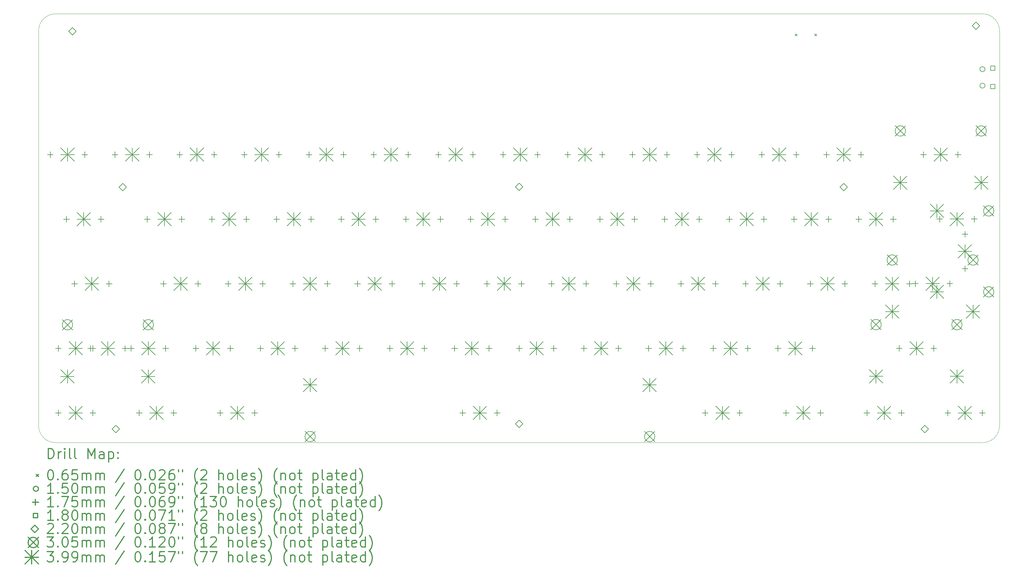
<source format=gbr>
%FSLAX45Y45*%
G04 Gerber Fmt 4.5, Leading zero omitted, Abs format (unit mm)*
G04 Created by KiCad (PCBNEW (5.1.9)-1) date 2021-05-27 06:29:15*
%MOMM*%
%LPD*%
G01*
G04 APERTURE LIST*
%TA.AperFunction,Profile*%
%ADD10C,0.100000*%
%TD*%
%ADD11C,0.200000*%
%ADD12C,0.300000*%
G04 APERTURE END LIST*
D10*
X36000000Y-4550000D02*
X36000000Y-3800000D01*
X36000000Y-4550000D02*
X36000000Y-5250000D01*
X36000000Y-15450000D02*
G75*
G02*
X35500000Y-15950000I-500000J0D01*
G01*
X8200000Y-15950000D02*
G75*
G02*
X7700000Y-15450000I0J500000D01*
G01*
X7700000Y-3800000D02*
G75*
G02*
X8200000Y-3300000I500000J0D01*
G01*
X35500000Y-3300000D02*
X8200000Y-3300000D01*
X7700000Y-3800000D02*
X7700000Y-15450000D01*
X8200000Y-15950000D02*
X35500000Y-15950000D01*
X36000000Y-5250000D02*
X36000000Y-15450000D01*
X35500000Y-3300000D02*
G75*
G02*
X36000000Y-3800000I0J-500000D01*
G01*
D11*
X29978000Y-3888000D02*
X30043000Y-3953000D01*
X30043000Y-3888000D02*
X29978000Y-3953000D01*
X30556000Y-3888000D02*
X30621000Y-3953000D01*
X30621000Y-3888000D02*
X30556000Y-3953000D01*
X35572000Y-4932500D02*
G75*
G03*
X35572000Y-4932500I-75000J0D01*
G01*
X35572000Y-5417500D02*
G75*
G03*
X35572000Y-5417500I-75000J0D01*
G01*
X8044500Y-7365000D02*
X8044500Y-7540000D01*
X7957000Y-7452500D02*
X8132000Y-7452500D01*
X8282625Y-13080000D02*
X8282625Y-13255000D01*
X8195125Y-13167500D02*
X8370125Y-13167500D01*
X8282625Y-14985000D02*
X8282625Y-15160000D01*
X8195125Y-15072500D02*
X8370125Y-15072500D01*
X8520750Y-9270000D02*
X8520750Y-9445000D01*
X8433250Y-9357500D02*
X8608250Y-9357500D01*
X8758875Y-11175000D02*
X8758875Y-11350000D01*
X8671375Y-11262500D02*
X8846375Y-11262500D01*
X9060500Y-7365000D02*
X9060500Y-7540000D01*
X8973000Y-7452500D02*
X9148000Y-7452500D01*
X9232000Y-13082500D02*
X9232000Y-13257500D01*
X9144500Y-13170000D02*
X9319500Y-13170000D01*
X9298625Y-13080000D02*
X9298625Y-13255000D01*
X9211125Y-13167500D02*
X9386125Y-13167500D01*
X9298625Y-14985000D02*
X9298625Y-15160000D01*
X9211125Y-15072500D02*
X9386125Y-15072500D01*
X9536750Y-9270000D02*
X9536750Y-9445000D01*
X9449250Y-9357500D02*
X9624250Y-9357500D01*
X9774875Y-11175000D02*
X9774875Y-11350000D01*
X9687375Y-11262500D02*
X9862375Y-11262500D01*
X9949500Y-7365000D02*
X9949500Y-7540000D01*
X9862000Y-7452500D02*
X10037000Y-7452500D01*
X10248000Y-13082500D02*
X10248000Y-13257500D01*
X10160500Y-13170000D02*
X10335500Y-13170000D01*
X10425750Y-13080000D02*
X10425750Y-13255000D01*
X10338250Y-13167500D02*
X10513250Y-13167500D01*
X10663875Y-14985000D02*
X10663875Y-15160000D01*
X10576375Y-15072500D02*
X10751375Y-15072500D01*
X10902000Y-9270000D02*
X10902000Y-9445000D01*
X10814500Y-9357500D02*
X10989500Y-9357500D01*
X10965500Y-7365000D02*
X10965500Y-7540000D01*
X10878000Y-7452500D02*
X11053000Y-7452500D01*
X11378250Y-11175000D02*
X11378250Y-11350000D01*
X11290750Y-11262500D02*
X11465750Y-11262500D01*
X11441750Y-13080000D02*
X11441750Y-13255000D01*
X11354250Y-13167500D02*
X11529250Y-13167500D01*
X11679875Y-14985000D02*
X11679875Y-15160000D01*
X11592375Y-15072500D02*
X11767375Y-15072500D01*
X11854500Y-7365000D02*
X11854500Y-7540000D01*
X11767000Y-7452500D02*
X11942000Y-7452500D01*
X11918000Y-9270000D02*
X11918000Y-9445000D01*
X11830500Y-9357500D02*
X12005500Y-9357500D01*
X12330750Y-13080000D02*
X12330750Y-13255000D01*
X12243250Y-13167500D02*
X12418250Y-13167500D01*
X12394250Y-11175000D02*
X12394250Y-11350000D01*
X12306750Y-11262500D02*
X12481750Y-11262500D01*
X12807000Y-9270000D02*
X12807000Y-9445000D01*
X12719500Y-9357500D02*
X12894500Y-9357500D01*
X12870500Y-7365000D02*
X12870500Y-7540000D01*
X12783000Y-7452500D02*
X12958000Y-7452500D01*
X13045125Y-14985000D02*
X13045125Y-15160000D01*
X12957625Y-15072500D02*
X13132625Y-15072500D01*
X13283250Y-11175000D02*
X13283250Y-11350000D01*
X13195750Y-11262500D02*
X13370750Y-11262500D01*
X13346750Y-13080000D02*
X13346750Y-13255000D01*
X13259250Y-13167500D02*
X13434250Y-13167500D01*
X13759500Y-7365000D02*
X13759500Y-7540000D01*
X13672000Y-7452500D02*
X13847000Y-7452500D01*
X13823000Y-9270000D02*
X13823000Y-9445000D01*
X13735500Y-9357500D02*
X13910500Y-9357500D01*
X14061125Y-14985000D02*
X14061125Y-15160000D01*
X13973625Y-15072500D02*
X14148625Y-15072500D01*
X14235750Y-13080000D02*
X14235750Y-13255000D01*
X14148250Y-13167500D02*
X14323250Y-13167500D01*
X14299250Y-11175000D02*
X14299250Y-11350000D01*
X14211750Y-11262500D02*
X14386750Y-11262500D01*
X14712000Y-9270000D02*
X14712000Y-9445000D01*
X14624500Y-9357500D02*
X14799500Y-9357500D01*
X14775500Y-7365000D02*
X14775500Y-7540000D01*
X14688000Y-7452500D02*
X14863000Y-7452500D01*
X15188250Y-11175000D02*
X15188250Y-11350000D01*
X15100750Y-11262500D02*
X15275750Y-11262500D01*
X15251750Y-13080000D02*
X15251750Y-13255000D01*
X15164250Y-13167500D02*
X15339250Y-13167500D01*
X15664500Y-7365000D02*
X15664500Y-7540000D01*
X15577000Y-7452500D02*
X15752000Y-7452500D01*
X15728000Y-9270000D02*
X15728000Y-9445000D01*
X15640500Y-9357500D02*
X15815500Y-9357500D01*
X16140750Y-13080000D02*
X16140750Y-13255000D01*
X16053250Y-13167500D02*
X16228250Y-13167500D01*
X16204250Y-11175000D02*
X16204250Y-11350000D01*
X16116750Y-11262500D02*
X16291750Y-11262500D01*
X16617000Y-9270000D02*
X16617000Y-9445000D01*
X16529500Y-9357500D02*
X16704500Y-9357500D01*
X16680500Y-7365000D02*
X16680500Y-7540000D01*
X16593000Y-7452500D02*
X16768000Y-7452500D01*
X17093250Y-11175000D02*
X17093250Y-11350000D01*
X17005750Y-11262500D02*
X17180750Y-11262500D01*
X17156750Y-13080000D02*
X17156750Y-13255000D01*
X17069250Y-13167500D02*
X17244250Y-13167500D01*
X17569500Y-7365000D02*
X17569500Y-7540000D01*
X17482000Y-7452500D02*
X17657000Y-7452500D01*
X17633000Y-9270000D02*
X17633000Y-9445000D01*
X17545500Y-9357500D02*
X17720500Y-9357500D01*
X18045750Y-13080000D02*
X18045750Y-13255000D01*
X17958250Y-13167500D02*
X18133250Y-13167500D01*
X18109250Y-11175000D02*
X18109250Y-11350000D01*
X18021750Y-11262500D02*
X18196750Y-11262500D01*
X18522000Y-9270000D02*
X18522000Y-9445000D01*
X18434500Y-9357500D02*
X18609500Y-9357500D01*
X18585500Y-7365000D02*
X18585500Y-7540000D01*
X18498000Y-7452500D02*
X18673000Y-7452500D01*
X18998250Y-11175000D02*
X18998250Y-11350000D01*
X18910750Y-11262500D02*
X19085750Y-11262500D01*
X19061750Y-13080000D02*
X19061750Y-13255000D01*
X18974250Y-13167500D02*
X19149250Y-13167500D01*
X19474500Y-7365000D02*
X19474500Y-7540000D01*
X19387000Y-7452500D02*
X19562000Y-7452500D01*
X19538000Y-9270000D02*
X19538000Y-9445000D01*
X19450500Y-9357500D02*
X19625500Y-9357500D01*
X19950750Y-13080000D02*
X19950750Y-13255000D01*
X19863250Y-13167500D02*
X20038250Y-13167500D01*
X20014250Y-11175000D02*
X20014250Y-11350000D01*
X19926750Y-11262500D02*
X20101750Y-11262500D01*
X20188875Y-14985000D02*
X20188875Y-15160000D01*
X20101375Y-15072500D02*
X20276375Y-15072500D01*
X20427000Y-9270000D02*
X20427000Y-9445000D01*
X20339500Y-9357500D02*
X20514500Y-9357500D01*
X20490500Y-7365000D02*
X20490500Y-7540000D01*
X20403000Y-7452500D02*
X20578000Y-7452500D01*
X20903250Y-11175000D02*
X20903250Y-11350000D01*
X20815750Y-11262500D02*
X20990750Y-11262500D01*
X20966750Y-13080000D02*
X20966750Y-13255000D01*
X20879250Y-13167500D02*
X21054250Y-13167500D01*
X21204875Y-14985000D02*
X21204875Y-15160000D01*
X21117375Y-15072500D02*
X21292375Y-15072500D01*
X21379500Y-7365000D02*
X21379500Y-7540000D01*
X21292000Y-7452500D02*
X21467000Y-7452500D01*
X21443000Y-9270000D02*
X21443000Y-9445000D01*
X21355500Y-9357500D02*
X21530500Y-9357500D01*
X21855750Y-13080000D02*
X21855750Y-13255000D01*
X21768250Y-13167500D02*
X21943250Y-13167500D01*
X21919250Y-11175000D02*
X21919250Y-11350000D01*
X21831750Y-11262500D02*
X22006750Y-11262500D01*
X22332000Y-9270000D02*
X22332000Y-9445000D01*
X22244500Y-9357500D02*
X22419500Y-9357500D01*
X22395500Y-7365000D02*
X22395500Y-7540000D01*
X22308000Y-7452500D02*
X22483000Y-7452500D01*
X22808250Y-11175000D02*
X22808250Y-11350000D01*
X22720750Y-11262500D02*
X22895750Y-11262500D01*
X22871750Y-13080000D02*
X22871750Y-13255000D01*
X22784250Y-13167500D02*
X22959250Y-13167500D01*
X23284500Y-7365000D02*
X23284500Y-7540000D01*
X23197000Y-7452500D02*
X23372000Y-7452500D01*
X23348000Y-9270000D02*
X23348000Y-9445000D01*
X23260500Y-9357500D02*
X23435500Y-9357500D01*
X23760750Y-13080000D02*
X23760750Y-13255000D01*
X23673250Y-13167500D02*
X23848250Y-13167500D01*
X23824250Y-11175000D02*
X23824250Y-11350000D01*
X23736750Y-11262500D02*
X23911750Y-11262500D01*
X24237000Y-9270000D02*
X24237000Y-9445000D01*
X24149500Y-9357500D02*
X24324500Y-9357500D01*
X24300500Y-7365000D02*
X24300500Y-7540000D01*
X24213000Y-7452500D02*
X24388000Y-7452500D01*
X24713250Y-11175000D02*
X24713250Y-11350000D01*
X24625750Y-11262500D02*
X24800750Y-11262500D01*
X24776750Y-13080000D02*
X24776750Y-13255000D01*
X24689250Y-13167500D02*
X24864250Y-13167500D01*
X25189500Y-7365000D02*
X25189500Y-7540000D01*
X25102000Y-7452500D02*
X25277000Y-7452500D01*
X25253000Y-9270000D02*
X25253000Y-9445000D01*
X25165500Y-9357500D02*
X25340500Y-9357500D01*
X25665750Y-13080000D02*
X25665750Y-13255000D01*
X25578250Y-13167500D02*
X25753250Y-13167500D01*
X25729250Y-11175000D02*
X25729250Y-11350000D01*
X25641750Y-11262500D02*
X25816750Y-11262500D01*
X26142000Y-9270000D02*
X26142000Y-9445000D01*
X26054500Y-9357500D02*
X26229500Y-9357500D01*
X26205500Y-7365000D02*
X26205500Y-7540000D01*
X26118000Y-7452500D02*
X26293000Y-7452500D01*
X26618250Y-11175000D02*
X26618250Y-11350000D01*
X26530750Y-11262500D02*
X26705750Y-11262500D01*
X26681750Y-13080000D02*
X26681750Y-13255000D01*
X26594250Y-13167500D02*
X26769250Y-13167500D01*
X27094500Y-7365000D02*
X27094500Y-7540000D01*
X27007000Y-7452500D02*
X27182000Y-7452500D01*
X27158000Y-9270000D02*
X27158000Y-9445000D01*
X27070500Y-9357500D02*
X27245500Y-9357500D01*
X27332625Y-14985000D02*
X27332625Y-15160000D01*
X27245125Y-15072500D02*
X27420125Y-15072500D01*
X27570750Y-13080000D02*
X27570750Y-13255000D01*
X27483250Y-13167500D02*
X27658250Y-13167500D01*
X27634250Y-11175000D02*
X27634250Y-11350000D01*
X27546750Y-11262500D02*
X27721750Y-11262500D01*
X28047000Y-9270000D02*
X28047000Y-9445000D01*
X27959500Y-9357500D02*
X28134500Y-9357500D01*
X28110500Y-7365000D02*
X28110500Y-7540000D01*
X28023000Y-7452500D02*
X28198000Y-7452500D01*
X28348625Y-14985000D02*
X28348625Y-15160000D01*
X28261125Y-15072500D02*
X28436125Y-15072500D01*
X28523250Y-11175000D02*
X28523250Y-11350000D01*
X28435750Y-11262500D02*
X28610750Y-11262500D01*
X28586750Y-13080000D02*
X28586750Y-13255000D01*
X28499250Y-13167500D02*
X28674250Y-13167500D01*
X28999500Y-7365000D02*
X28999500Y-7540000D01*
X28912000Y-7452500D02*
X29087000Y-7452500D01*
X29063000Y-9270000D02*
X29063000Y-9445000D01*
X28975500Y-9357500D02*
X29150500Y-9357500D01*
X29475750Y-13080000D02*
X29475750Y-13255000D01*
X29388250Y-13167500D02*
X29563250Y-13167500D01*
X29539250Y-11175000D02*
X29539250Y-11350000D01*
X29451750Y-11262500D02*
X29626750Y-11262500D01*
X29713875Y-14985000D02*
X29713875Y-15160000D01*
X29626375Y-15072500D02*
X29801375Y-15072500D01*
X29952000Y-9270000D02*
X29952000Y-9445000D01*
X29864500Y-9357500D02*
X30039500Y-9357500D01*
X30015500Y-7365000D02*
X30015500Y-7540000D01*
X29928000Y-7452500D02*
X30103000Y-7452500D01*
X30428250Y-11175000D02*
X30428250Y-11350000D01*
X30340750Y-11262500D02*
X30515750Y-11262500D01*
X30491750Y-13080000D02*
X30491750Y-13255000D01*
X30404250Y-13167500D02*
X30579250Y-13167500D01*
X30729875Y-14985000D02*
X30729875Y-15160000D01*
X30642375Y-15072500D02*
X30817375Y-15072500D01*
X30904500Y-7365000D02*
X30904500Y-7540000D01*
X30817000Y-7452500D02*
X30992000Y-7452500D01*
X30968000Y-9270000D02*
X30968000Y-9445000D01*
X30880500Y-9357500D02*
X31055500Y-9357500D01*
X31444250Y-11175000D02*
X31444250Y-11350000D01*
X31356750Y-11262500D02*
X31531750Y-11262500D01*
X31857000Y-9270000D02*
X31857000Y-9445000D01*
X31769500Y-9357500D02*
X31944500Y-9357500D01*
X31920500Y-7365000D02*
X31920500Y-7540000D01*
X31833000Y-7452500D02*
X32008000Y-7452500D01*
X32095125Y-14985000D02*
X32095125Y-15160000D01*
X32007625Y-15072500D02*
X32182625Y-15072500D01*
X32333250Y-11175000D02*
X32333250Y-11350000D01*
X32245750Y-11262500D02*
X32420750Y-11262500D01*
X32873000Y-9270000D02*
X32873000Y-9445000D01*
X32785500Y-9357500D02*
X32960500Y-9357500D01*
X33047625Y-13080000D02*
X33047625Y-13255000D01*
X32960125Y-13167500D02*
X33135125Y-13167500D01*
X33111125Y-14985000D02*
X33111125Y-15160000D01*
X33023625Y-15072500D02*
X33198625Y-15072500D01*
X33349250Y-11175000D02*
X33349250Y-11350000D01*
X33261750Y-11262500D02*
X33436750Y-11262500D01*
X33522000Y-11172500D02*
X33522000Y-11347500D01*
X33434500Y-11260000D02*
X33609500Y-11260000D01*
X33762000Y-7365000D02*
X33762000Y-7540000D01*
X33674500Y-7452500D02*
X33849500Y-7452500D01*
X34063625Y-13080000D02*
X34063625Y-13255000D01*
X33976125Y-13167500D02*
X34151125Y-13167500D01*
X34237000Y-9267500D02*
X34237000Y-9442500D01*
X34149500Y-9355000D02*
X34324500Y-9355000D01*
X34476375Y-14985000D02*
X34476375Y-15160000D01*
X34388875Y-15072500D02*
X34563875Y-15072500D01*
X34538000Y-11172500D02*
X34538000Y-11347500D01*
X34450500Y-11260000D02*
X34625500Y-11260000D01*
X34778000Y-7365000D02*
X34778000Y-7540000D01*
X34690500Y-7452500D02*
X34865500Y-7452500D01*
X34984375Y-9712000D02*
X34984375Y-9887000D01*
X34896875Y-9799500D02*
X35071875Y-9799500D01*
X34984375Y-10728000D02*
X34984375Y-10903000D01*
X34896875Y-10815500D02*
X35071875Y-10815500D01*
X35253000Y-9267500D02*
X35253000Y-9442500D01*
X35165500Y-9355000D02*
X35340500Y-9355000D01*
X35492375Y-14985000D02*
X35492375Y-15160000D01*
X35404875Y-15072500D02*
X35579875Y-15072500D01*
X35863640Y-4966140D02*
X35863640Y-4838860D01*
X35736360Y-4838860D01*
X35736360Y-4966140D01*
X35863640Y-4966140D01*
X35863640Y-5511140D02*
X35863640Y-5383860D01*
X35736360Y-5383860D01*
X35736360Y-5511140D01*
X35863640Y-5511140D01*
X8700000Y-3920000D02*
X8810000Y-3810000D01*
X8700000Y-3700000D01*
X8590000Y-3810000D01*
X8700000Y-3920000D01*
X9975000Y-15660000D02*
X10085000Y-15550000D01*
X9975000Y-15440000D01*
X9865000Y-15550000D01*
X9975000Y-15660000D01*
X10180000Y-8520000D02*
X10290000Y-8410000D01*
X10180000Y-8300000D01*
X10070000Y-8410000D01*
X10180000Y-8520000D01*
X21850000Y-8510000D02*
X21960000Y-8400000D01*
X21850000Y-8290000D01*
X21740000Y-8400000D01*
X21850000Y-8510000D01*
X21850000Y-15510000D02*
X21960000Y-15400000D01*
X21850000Y-15290000D01*
X21740000Y-15400000D01*
X21850000Y-15510000D01*
X31410000Y-8520000D02*
X31520000Y-8410000D01*
X31410000Y-8300000D01*
X31300000Y-8410000D01*
X31410000Y-8520000D01*
X33800000Y-15660000D02*
X33910000Y-15550000D01*
X33800000Y-15440000D01*
X33690000Y-15550000D01*
X33800000Y-15660000D01*
X35305000Y-3760000D02*
X35415000Y-3650000D01*
X35305000Y-3540000D01*
X35195000Y-3650000D01*
X35305000Y-3760000D01*
X8396975Y-12319100D02*
X8701775Y-12623900D01*
X8701775Y-12319100D02*
X8396975Y-12623900D01*
X8701775Y-12471500D02*
G75*
G03*
X8701775Y-12471500I-152400J0D01*
G01*
X10778225Y-12319100D02*
X11083025Y-12623900D01*
X11083025Y-12319100D02*
X10778225Y-12623900D01*
X11083025Y-12471500D02*
G75*
G03*
X11083025Y-12471500I-152400J0D01*
G01*
X15544485Y-15618600D02*
X15849285Y-15923400D01*
X15849285Y-15618600D02*
X15544485Y-15923400D01*
X15849285Y-15771000D02*
G75*
G03*
X15849285Y-15771000I-152400J0D01*
G01*
X25544465Y-15618600D02*
X25849265Y-15923400D01*
X25849265Y-15618600D02*
X25544465Y-15923400D01*
X25849265Y-15771000D02*
G75*
G03*
X25849265Y-15771000I-152400J0D01*
G01*
X32212600Y-12316600D02*
X32517400Y-12621400D01*
X32517400Y-12316600D02*
X32212600Y-12621400D01*
X32517400Y-12469000D02*
G75*
G03*
X32517400Y-12469000I-152400J0D01*
G01*
X32686975Y-10409100D02*
X32991775Y-10713900D01*
X32991775Y-10409100D02*
X32686975Y-10713900D01*
X32991775Y-10561500D02*
G75*
G03*
X32991775Y-10561500I-152400J0D01*
G01*
X32926975Y-6601600D02*
X33231775Y-6906400D01*
X33231775Y-6601600D02*
X32926975Y-6906400D01*
X33231775Y-6754000D02*
G75*
G03*
X33231775Y-6754000I-152400J0D01*
G01*
X34593850Y-12316600D02*
X34898650Y-12621400D01*
X34898650Y-12316600D02*
X34593850Y-12621400D01*
X34898650Y-12469000D02*
G75*
G03*
X34898650Y-12469000I-152400J0D01*
G01*
X35068225Y-10409100D02*
X35373025Y-10713900D01*
X35373025Y-10409100D02*
X35068225Y-10713900D01*
X35373025Y-10561500D02*
G75*
G03*
X35373025Y-10561500I-152400J0D01*
G01*
X35308225Y-6601600D02*
X35613025Y-6906400D01*
X35613025Y-6601600D02*
X35308225Y-6906400D01*
X35613025Y-6754000D02*
G75*
G03*
X35613025Y-6754000I-152400J0D01*
G01*
X35530475Y-8961300D02*
X35835275Y-9266100D01*
X35835275Y-8961300D02*
X35530475Y-9266100D01*
X35835275Y-9113700D02*
G75*
G03*
X35835275Y-9113700I-152400J0D01*
G01*
X35530475Y-11348900D02*
X35835275Y-11653700D01*
X35835275Y-11348900D02*
X35530475Y-11653700D01*
X35835275Y-11501300D02*
G75*
G03*
X35835275Y-11501300I-152400J0D01*
G01*
X8349985Y-13796110D02*
X8748765Y-14194890D01*
X8748765Y-13796110D02*
X8349985Y-14194890D01*
X8549375Y-13796110D02*
X8549375Y-14194890D01*
X8349985Y-13995500D02*
X8748765Y-13995500D01*
X8353110Y-7253110D02*
X8751890Y-7651890D01*
X8751890Y-7253110D02*
X8353110Y-7651890D01*
X8552500Y-7253110D02*
X8552500Y-7651890D01*
X8353110Y-7452500D02*
X8751890Y-7452500D01*
X8591235Y-12968110D02*
X8990015Y-13366890D01*
X8990015Y-12968110D02*
X8591235Y-13366890D01*
X8790625Y-12968110D02*
X8790625Y-13366890D01*
X8591235Y-13167500D02*
X8990015Y-13167500D01*
X8591235Y-14873110D02*
X8990015Y-15271890D01*
X8990015Y-14873110D02*
X8591235Y-15271890D01*
X8790625Y-14873110D02*
X8790625Y-15271890D01*
X8591235Y-15072500D02*
X8990015Y-15072500D01*
X8829360Y-9158110D02*
X9228140Y-9556890D01*
X9228140Y-9158110D02*
X8829360Y-9556890D01*
X9028750Y-9158110D02*
X9028750Y-9556890D01*
X8829360Y-9357500D02*
X9228140Y-9357500D01*
X9067485Y-11063110D02*
X9466265Y-11461890D01*
X9466265Y-11063110D02*
X9067485Y-11461890D01*
X9266875Y-11063110D02*
X9266875Y-11461890D01*
X9067485Y-11262500D02*
X9466265Y-11262500D01*
X9540610Y-12970610D02*
X9939390Y-13369390D01*
X9939390Y-12970610D02*
X9540610Y-13369390D01*
X9740000Y-12970610D02*
X9740000Y-13369390D01*
X9540610Y-13170000D02*
X9939390Y-13170000D01*
X10258110Y-7253110D02*
X10656890Y-7651890D01*
X10656890Y-7253110D02*
X10258110Y-7651890D01*
X10457500Y-7253110D02*
X10457500Y-7651890D01*
X10258110Y-7452500D02*
X10656890Y-7452500D01*
X10731235Y-13796110D02*
X11130015Y-14194890D01*
X11130015Y-13796110D02*
X10731235Y-14194890D01*
X10930625Y-13796110D02*
X10930625Y-14194890D01*
X10731235Y-13995500D02*
X11130015Y-13995500D01*
X10734360Y-12968110D02*
X11133140Y-13366890D01*
X11133140Y-12968110D02*
X10734360Y-13366890D01*
X10933750Y-12968110D02*
X10933750Y-13366890D01*
X10734360Y-13167500D02*
X11133140Y-13167500D01*
X10972485Y-14873110D02*
X11371265Y-15271890D01*
X11371265Y-14873110D02*
X10972485Y-15271890D01*
X11171875Y-14873110D02*
X11171875Y-15271890D01*
X10972485Y-15072500D02*
X11371265Y-15072500D01*
X11210610Y-9158110D02*
X11609390Y-9556890D01*
X11609390Y-9158110D02*
X11210610Y-9556890D01*
X11410000Y-9158110D02*
X11410000Y-9556890D01*
X11210610Y-9357500D02*
X11609390Y-9357500D01*
X11686860Y-11063110D02*
X12085640Y-11461890D01*
X12085640Y-11063110D02*
X11686860Y-11461890D01*
X11886250Y-11063110D02*
X11886250Y-11461890D01*
X11686860Y-11262500D02*
X12085640Y-11262500D01*
X12163110Y-7253110D02*
X12561890Y-7651890D01*
X12561890Y-7253110D02*
X12163110Y-7651890D01*
X12362500Y-7253110D02*
X12362500Y-7651890D01*
X12163110Y-7452500D02*
X12561890Y-7452500D01*
X12639360Y-12968110D02*
X13038140Y-13366890D01*
X13038140Y-12968110D02*
X12639360Y-13366890D01*
X12838750Y-12968110D02*
X12838750Y-13366890D01*
X12639360Y-13167500D02*
X13038140Y-13167500D01*
X13115610Y-9158110D02*
X13514390Y-9556890D01*
X13514390Y-9158110D02*
X13115610Y-9556890D01*
X13315000Y-9158110D02*
X13315000Y-9556890D01*
X13115610Y-9357500D02*
X13514390Y-9357500D01*
X13353735Y-14873110D02*
X13752515Y-15271890D01*
X13752515Y-14873110D02*
X13353735Y-15271890D01*
X13553125Y-14873110D02*
X13553125Y-15271890D01*
X13353735Y-15072500D02*
X13752515Y-15072500D01*
X13591860Y-11063110D02*
X13990640Y-11461890D01*
X13990640Y-11063110D02*
X13591860Y-11461890D01*
X13791250Y-11063110D02*
X13791250Y-11461890D01*
X13591860Y-11262500D02*
X13990640Y-11262500D01*
X14068110Y-7253110D02*
X14466890Y-7651890D01*
X14466890Y-7253110D02*
X14068110Y-7651890D01*
X14267500Y-7253110D02*
X14267500Y-7651890D01*
X14068110Y-7452500D02*
X14466890Y-7452500D01*
X14544360Y-12968110D02*
X14943140Y-13366890D01*
X14943140Y-12968110D02*
X14544360Y-13366890D01*
X14743750Y-12968110D02*
X14743750Y-13366890D01*
X14544360Y-13167500D02*
X14943140Y-13167500D01*
X15020610Y-9158110D02*
X15419390Y-9556890D01*
X15419390Y-9158110D02*
X15020610Y-9556890D01*
X15220000Y-9158110D02*
X15220000Y-9556890D01*
X15020610Y-9357500D02*
X15419390Y-9357500D01*
X15496860Y-11063110D02*
X15895640Y-11461890D01*
X15895640Y-11063110D02*
X15496860Y-11461890D01*
X15696250Y-11063110D02*
X15696250Y-11461890D01*
X15496860Y-11262500D02*
X15895640Y-11262500D01*
X15497495Y-14047610D02*
X15896275Y-14446390D01*
X15896275Y-14047610D02*
X15497495Y-14446390D01*
X15696885Y-14047610D02*
X15696885Y-14446390D01*
X15497495Y-14247000D02*
X15896275Y-14247000D01*
X15973110Y-7253110D02*
X16371890Y-7651890D01*
X16371890Y-7253110D02*
X15973110Y-7651890D01*
X16172500Y-7253110D02*
X16172500Y-7651890D01*
X15973110Y-7452500D02*
X16371890Y-7452500D01*
X16449360Y-12968110D02*
X16848140Y-13366890D01*
X16848140Y-12968110D02*
X16449360Y-13366890D01*
X16648750Y-12968110D02*
X16648750Y-13366890D01*
X16449360Y-13167500D02*
X16848140Y-13167500D01*
X16925610Y-9158110D02*
X17324390Y-9556890D01*
X17324390Y-9158110D02*
X16925610Y-9556890D01*
X17125000Y-9158110D02*
X17125000Y-9556890D01*
X16925610Y-9357500D02*
X17324390Y-9357500D01*
X17401860Y-11063110D02*
X17800640Y-11461890D01*
X17800640Y-11063110D02*
X17401860Y-11461890D01*
X17601250Y-11063110D02*
X17601250Y-11461890D01*
X17401860Y-11262500D02*
X17800640Y-11262500D01*
X17878110Y-7253110D02*
X18276890Y-7651890D01*
X18276890Y-7253110D02*
X17878110Y-7651890D01*
X18077500Y-7253110D02*
X18077500Y-7651890D01*
X17878110Y-7452500D02*
X18276890Y-7452500D01*
X18354360Y-12968110D02*
X18753140Y-13366890D01*
X18753140Y-12968110D02*
X18354360Y-13366890D01*
X18553750Y-12968110D02*
X18553750Y-13366890D01*
X18354360Y-13167500D02*
X18753140Y-13167500D01*
X18830610Y-9158110D02*
X19229390Y-9556890D01*
X19229390Y-9158110D02*
X18830610Y-9556890D01*
X19030000Y-9158110D02*
X19030000Y-9556890D01*
X18830610Y-9357500D02*
X19229390Y-9357500D01*
X19306860Y-11063110D02*
X19705640Y-11461890D01*
X19705640Y-11063110D02*
X19306860Y-11461890D01*
X19506250Y-11063110D02*
X19506250Y-11461890D01*
X19306860Y-11262500D02*
X19705640Y-11262500D01*
X19783110Y-7253110D02*
X20181890Y-7651890D01*
X20181890Y-7253110D02*
X19783110Y-7651890D01*
X19982500Y-7253110D02*
X19982500Y-7651890D01*
X19783110Y-7452500D02*
X20181890Y-7452500D01*
X20259360Y-12968110D02*
X20658140Y-13366890D01*
X20658140Y-12968110D02*
X20259360Y-13366890D01*
X20458750Y-12968110D02*
X20458750Y-13366890D01*
X20259360Y-13167500D02*
X20658140Y-13167500D01*
X20497485Y-14873110D02*
X20896265Y-15271890D01*
X20896265Y-14873110D02*
X20497485Y-15271890D01*
X20696875Y-14873110D02*
X20696875Y-15271890D01*
X20497485Y-15072500D02*
X20896265Y-15072500D01*
X20735610Y-9158110D02*
X21134390Y-9556890D01*
X21134390Y-9158110D02*
X20735610Y-9556890D01*
X20935000Y-9158110D02*
X20935000Y-9556890D01*
X20735610Y-9357500D02*
X21134390Y-9357500D01*
X21211860Y-11063110D02*
X21610640Y-11461890D01*
X21610640Y-11063110D02*
X21211860Y-11461890D01*
X21411250Y-11063110D02*
X21411250Y-11461890D01*
X21211860Y-11262500D02*
X21610640Y-11262500D01*
X21688110Y-7253110D02*
X22086890Y-7651890D01*
X22086890Y-7253110D02*
X21688110Y-7651890D01*
X21887500Y-7253110D02*
X21887500Y-7651890D01*
X21688110Y-7452500D02*
X22086890Y-7452500D01*
X22164360Y-12968110D02*
X22563140Y-13366890D01*
X22563140Y-12968110D02*
X22164360Y-13366890D01*
X22363750Y-12968110D02*
X22363750Y-13366890D01*
X22164360Y-13167500D02*
X22563140Y-13167500D01*
X22640610Y-9158110D02*
X23039390Y-9556890D01*
X23039390Y-9158110D02*
X22640610Y-9556890D01*
X22840000Y-9158110D02*
X22840000Y-9556890D01*
X22640610Y-9357500D02*
X23039390Y-9357500D01*
X23116860Y-11063110D02*
X23515640Y-11461890D01*
X23515640Y-11063110D02*
X23116860Y-11461890D01*
X23316250Y-11063110D02*
X23316250Y-11461890D01*
X23116860Y-11262500D02*
X23515640Y-11262500D01*
X23593110Y-7253110D02*
X23991890Y-7651890D01*
X23991890Y-7253110D02*
X23593110Y-7651890D01*
X23792500Y-7253110D02*
X23792500Y-7651890D01*
X23593110Y-7452500D02*
X23991890Y-7452500D01*
X24069360Y-12968110D02*
X24468140Y-13366890D01*
X24468140Y-12968110D02*
X24069360Y-13366890D01*
X24268750Y-12968110D02*
X24268750Y-13366890D01*
X24069360Y-13167500D02*
X24468140Y-13167500D01*
X24545610Y-9158110D02*
X24944390Y-9556890D01*
X24944390Y-9158110D02*
X24545610Y-9556890D01*
X24745000Y-9158110D02*
X24745000Y-9556890D01*
X24545610Y-9357500D02*
X24944390Y-9357500D01*
X25021860Y-11063110D02*
X25420640Y-11461890D01*
X25420640Y-11063110D02*
X25021860Y-11461890D01*
X25221250Y-11063110D02*
X25221250Y-11461890D01*
X25021860Y-11262500D02*
X25420640Y-11262500D01*
X25497475Y-14047610D02*
X25896255Y-14446390D01*
X25896255Y-14047610D02*
X25497475Y-14446390D01*
X25696865Y-14047610D02*
X25696865Y-14446390D01*
X25497475Y-14247000D02*
X25896255Y-14247000D01*
X25498110Y-7253110D02*
X25896890Y-7651890D01*
X25896890Y-7253110D02*
X25498110Y-7651890D01*
X25697500Y-7253110D02*
X25697500Y-7651890D01*
X25498110Y-7452500D02*
X25896890Y-7452500D01*
X25974360Y-12968110D02*
X26373140Y-13366890D01*
X26373140Y-12968110D02*
X25974360Y-13366890D01*
X26173750Y-12968110D02*
X26173750Y-13366890D01*
X25974360Y-13167500D02*
X26373140Y-13167500D01*
X26450610Y-9158110D02*
X26849390Y-9556890D01*
X26849390Y-9158110D02*
X26450610Y-9556890D01*
X26650000Y-9158110D02*
X26650000Y-9556890D01*
X26450610Y-9357500D02*
X26849390Y-9357500D01*
X26926860Y-11063110D02*
X27325640Y-11461890D01*
X27325640Y-11063110D02*
X26926860Y-11461890D01*
X27126250Y-11063110D02*
X27126250Y-11461890D01*
X26926860Y-11262500D02*
X27325640Y-11262500D01*
X27403110Y-7253110D02*
X27801890Y-7651890D01*
X27801890Y-7253110D02*
X27403110Y-7651890D01*
X27602500Y-7253110D02*
X27602500Y-7651890D01*
X27403110Y-7452500D02*
X27801890Y-7452500D01*
X27641235Y-14873110D02*
X28040015Y-15271890D01*
X28040015Y-14873110D02*
X27641235Y-15271890D01*
X27840625Y-14873110D02*
X27840625Y-15271890D01*
X27641235Y-15072500D02*
X28040015Y-15072500D01*
X27879360Y-12968110D02*
X28278140Y-13366890D01*
X28278140Y-12968110D02*
X27879360Y-13366890D01*
X28078750Y-12968110D02*
X28078750Y-13366890D01*
X27879360Y-13167500D02*
X28278140Y-13167500D01*
X28355610Y-9158110D02*
X28754390Y-9556890D01*
X28754390Y-9158110D02*
X28355610Y-9556890D01*
X28555000Y-9158110D02*
X28555000Y-9556890D01*
X28355610Y-9357500D02*
X28754390Y-9357500D01*
X28831860Y-11063110D02*
X29230640Y-11461890D01*
X29230640Y-11063110D02*
X28831860Y-11461890D01*
X29031250Y-11063110D02*
X29031250Y-11461890D01*
X28831860Y-11262500D02*
X29230640Y-11262500D01*
X29308110Y-7253110D02*
X29706890Y-7651890D01*
X29706890Y-7253110D02*
X29308110Y-7651890D01*
X29507500Y-7253110D02*
X29507500Y-7651890D01*
X29308110Y-7452500D02*
X29706890Y-7452500D01*
X29784360Y-12968110D02*
X30183140Y-13366890D01*
X30183140Y-12968110D02*
X29784360Y-13366890D01*
X29983750Y-12968110D02*
X29983750Y-13366890D01*
X29784360Y-13167500D02*
X30183140Y-13167500D01*
X30022485Y-14873110D02*
X30421265Y-15271890D01*
X30421265Y-14873110D02*
X30022485Y-15271890D01*
X30221875Y-14873110D02*
X30221875Y-15271890D01*
X30022485Y-15072500D02*
X30421265Y-15072500D01*
X30260610Y-9158110D02*
X30659390Y-9556890D01*
X30659390Y-9158110D02*
X30260610Y-9556890D01*
X30460000Y-9158110D02*
X30460000Y-9556890D01*
X30260610Y-9357500D02*
X30659390Y-9357500D01*
X30736860Y-11063110D02*
X31135640Y-11461890D01*
X31135640Y-11063110D02*
X30736860Y-11461890D01*
X30936250Y-11063110D02*
X30936250Y-11461890D01*
X30736860Y-11262500D02*
X31135640Y-11262500D01*
X31213110Y-7253110D02*
X31611890Y-7651890D01*
X31611890Y-7253110D02*
X31213110Y-7651890D01*
X31412500Y-7253110D02*
X31412500Y-7651890D01*
X31213110Y-7452500D02*
X31611890Y-7452500D01*
X32165610Y-9158110D02*
X32564390Y-9556890D01*
X32564390Y-9158110D02*
X32165610Y-9556890D01*
X32365000Y-9158110D02*
X32365000Y-9556890D01*
X32165610Y-9357500D02*
X32564390Y-9357500D01*
X32165610Y-13793610D02*
X32564390Y-14192390D01*
X32564390Y-13793610D02*
X32165610Y-14192390D01*
X32365000Y-13793610D02*
X32365000Y-14192390D01*
X32165610Y-13993000D02*
X32564390Y-13993000D01*
X32403735Y-14873110D02*
X32802515Y-15271890D01*
X32802515Y-14873110D02*
X32403735Y-15271890D01*
X32603125Y-14873110D02*
X32603125Y-15271890D01*
X32403735Y-15072500D02*
X32802515Y-15072500D01*
X32639985Y-11886110D02*
X33038765Y-12284890D01*
X33038765Y-11886110D02*
X32639985Y-12284890D01*
X32839375Y-11886110D02*
X32839375Y-12284890D01*
X32639985Y-12085500D02*
X33038765Y-12085500D01*
X32641860Y-11063110D02*
X33040640Y-11461890D01*
X33040640Y-11063110D02*
X32641860Y-11461890D01*
X32841250Y-11063110D02*
X32841250Y-11461890D01*
X32641860Y-11262500D02*
X33040640Y-11262500D01*
X32879985Y-8078610D02*
X33278765Y-8477390D01*
X33278765Y-8078610D02*
X32879985Y-8477390D01*
X33079375Y-8078610D02*
X33079375Y-8477390D01*
X32879985Y-8278000D02*
X33278765Y-8278000D01*
X33356235Y-12968110D02*
X33755015Y-13366890D01*
X33755015Y-12968110D02*
X33356235Y-13366890D01*
X33555625Y-12968110D02*
X33555625Y-13366890D01*
X33356235Y-13167500D02*
X33755015Y-13167500D01*
X33830610Y-11060610D02*
X34229390Y-11459390D01*
X34229390Y-11060610D02*
X33830610Y-11459390D01*
X34030000Y-11060610D02*
X34030000Y-11459390D01*
X33830610Y-11260000D02*
X34229390Y-11260000D01*
X33959485Y-8914310D02*
X34358265Y-9313090D01*
X34358265Y-8914310D02*
X33959485Y-9313090D01*
X34158875Y-8914310D02*
X34158875Y-9313090D01*
X33959485Y-9113700D02*
X34358265Y-9113700D01*
X33959485Y-11301910D02*
X34358265Y-11700690D01*
X34358265Y-11301910D02*
X33959485Y-11700690D01*
X34158875Y-11301910D02*
X34158875Y-11700690D01*
X33959485Y-11501300D02*
X34358265Y-11501300D01*
X34070610Y-7253110D02*
X34469390Y-7651890D01*
X34469390Y-7253110D02*
X34070610Y-7651890D01*
X34270000Y-7253110D02*
X34270000Y-7651890D01*
X34070610Y-7452500D02*
X34469390Y-7452500D01*
X34545610Y-9155610D02*
X34944390Y-9554390D01*
X34944390Y-9155610D02*
X34545610Y-9554390D01*
X34745000Y-9155610D02*
X34745000Y-9554390D01*
X34545610Y-9355000D02*
X34944390Y-9355000D01*
X34546860Y-13793610D02*
X34945640Y-14192390D01*
X34945640Y-13793610D02*
X34546860Y-14192390D01*
X34746250Y-13793610D02*
X34746250Y-14192390D01*
X34546860Y-13993000D02*
X34945640Y-13993000D01*
X34784985Y-10108110D02*
X35183765Y-10506890D01*
X35183765Y-10108110D02*
X34784985Y-10506890D01*
X34984375Y-10108110D02*
X34984375Y-10506890D01*
X34784985Y-10307500D02*
X35183765Y-10307500D01*
X34784985Y-14873110D02*
X35183765Y-15271890D01*
X35183765Y-14873110D02*
X34784985Y-15271890D01*
X34984375Y-14873110D02*
X34984375Y-15271890D01*
X34784985Y-15072500D02*
X35183765Y-15072500D01*
X35021235Y-11886110D02*
X35420015Y-12284890D01*
X35420015Y-11886110D02*
X35021235Y-12284890D01*
X35220625Y-11886110D02*
X35220625Y-12284890D01*
X35021235Y-12085500D02*
X35420015Y-12085500D01*
X35261235Y-8078610D02*
X35660015Y-8477390D01*
X35660015Y-8078610D02*
X35261235Y-8477390D01*
X35460625Y-8078610D02*
X35460625Y-8477390D01*
X35261235Y-8278000D02*
X35660015Y-8278000D01*
D12*
X7981428Y-16420714D02*
X7981428Y-16120714D01*
X8052857Y-16120714D01*
X8095714Y-16135000D01*
X8124286Y-16163571D01*
X8138571Y-16192143D01*
X8152857Y-16249286D01*
X8152857Y-16292143D01*
X8138571Y-16349286D01*
X8124286Y-16377857D01*
X8095714Y-16406429D01*
X8052857Y-16420714D01*
X7981428Y-16420714D01*
X8281428Y-16420714D02*
X8281428Y-16220714D01*
X8281428Y-16277857D02*
X8295714Y-16249286D01*
X8310000Y-16235000D01*
X8338571Y-16220714D01*
X8367143Y-16220714D01*
X8467143Y-16420714D02*
X8467143Y-16220714D01*
X8467143Y-16120714D02*
X8452857Y-16135000D01*
X8467143Y-16149286D01*
X8481428Y-16135000D01*
X8467143Y-16120714D01*
X8467143Y-16149286D01*
X8652857Y-16420714D02*
X8624286Y-16406429D01*
X8610000Y-16377857D01*
X8610000Y-16120714D01*
X8810000Y-16420714D02*
X8781428Y-16406429D01*
X8767143Y-16377857D01*
X8767143Y-16120714D01*
X9152857Y-16420714D02*
X9152857Y-16120714D01*
X9252857Y-16335000D01*
X9352857Y-16120714D01*
X9352857Y-16420714D01*
X9624286Y-16420714D02*
X9624286Y-16263571D01*
X9610000Y-16235000D01*
X9581428Y-16220714D01*
X9524286Y-16220714D01*
X9495714Y-16235000D01*
X9624286Y-16406429D02*
X9595714Y-16420714D01*
X9524286Y-16420714D01*
X9495714Y-16406429D01*
X9481428Y-16377857D01*
X9481428Y-16349286D01*
X9495714Y-16320714D01*
X9524286Y-16306429D01*
X9595714Y-16306429D01*
X9624286Y-16292143D01*
X9767143Y-16220714D02*
X9767143Y-16520714D01*
X9767143Y-16235000D02*
X9795714Y-16220714D01*
X9852857Y-16220714D01*
X9881428Y-16235000D01*
X9895714Y-16249286D01*
X9910000Y-16277857D01*
X9910000Y-16363571D01*
X9895714Y-16392143D01*
X9881428Y-16406429D01*
X9852857Y-16420714D01*
X9795714Y-16420714D01*
X9767143Y-16406429D01*
X10038571Y-16392143D02*
X10052857Y-16406429D01*
X10038571Y-16420714D01*
X10024286Y-16406429D01*
X10038571Y-16392143D01*
X10038571Y-16420714D01*
X10038571Y-16235000D02*
X10052857Y-16249286D01*
X10038571Y-16263571D01*
X10024286Y-16249286D01*
X10038571Y-16235000D01*
X10038571Y-16263571D01*
X7630000Y-16882500D02*
X7695000Y-16947500D01*
X7695000Y-16882500D02*
X7630000Y-16947500D01*
X8038571Y-16750714D02*
X8067143Y-16750714D01*
X8095714Y-16765000D01*
X8110000Y-16779286D01*
X8124286Y-16807857D01*
X8138571Y-16865000D01*
X8138571Y-16936429D01*
X8124286Y-16993572D01*
X8110000Y-17022143D01*
X8095714Y-17036429D01*
X8067143Y-17050714D01*
X8038571Y-17050714D01*
X8010000Y-17036429D01*
X7995714Y-17022143D01*
X7981428Y-16993572D01*
X7967143Y-16936429D01*
X7967143Y-16865000D01*
X7981428Y-16807857D01*
X7995714Y-16779286D01*
X8010000Y-16765000D01*
X8038571Y-16750714D01*
X8267143Y-17022143D02*
X8281428Y-17036429D01*
X8267143Y-17050714D01*
X8252857Y-17036429D01*
X8267143Y-17022143D01*
X8267143Y-17050714D01*
X8538571Y-16750714D02*
X8481428Y-16750714D01*
X8452857Y-16765000D01*
X8438571Y-16779286D01*
X8410000Y-16822143D01*
X8395714Y-16879286D01*
X8395714Y-16993572D01*
X8410000Y-17022143D01*
X8424286Y-17036429D01*
X8452857Y-17050714D01*
X8510000Y-17050714D01*
X8538571Y-17036429D01*
X8552857Y-17022143D01*
X8567143Y-16993572D01*
X8567143Y-16922143D01*
X8552857Y-16893572D01*
X8538571Y-16879286D01*
X8510000Y-16865000D01*
X8452857Y-16865000D01*
X8424286Y-16879286D01*
X8410000Y-16893572D01*
X8395714Y-16922143D01*
X8838571Y-16750714D02*
X8695714Y-16750714D01*
X8681428Y-16893572D01*
X8695714Y-16879286D01*
X8724286Y-16865000D01*
X8795714Y-16865000D01*
X8824286Y-16879286D01*
X8838571Y-16893572D01*
X8852857Y-16922143D01*
X8852857Y-16993572D01*
X8838571Y-17022143D01*
X8824286Y-17036429D01*
X8795714Y-17050714D01*
X8724286Y-17050714D01*
X8695714Y-17036429D01*
X8681428Y-17022143D01*
X8981428Y-17050714D02*
X8981428Y-16850714D01*
X8981428Y-16879286D02*
X8995714Y-16865000D01*
X9024286Y-16850714D01*
X9067143Y-16850714D01*
X9095714Y-16865000D01*
X9110000Y-16893572D01*
X9110000Y-17050714D01*
X9110000Y-16893572D02*
X9124286Y-16865000D01*
X9152857Y-16850714D01*
X9195714Y-16850714D01*
X9224286Y-16865000D01*
X9238571Y-16893572D01*
X9238571Y-17050714D01*
X9381428Y-17050714D02*
X9381428Y-16850714D01*
X9381428Y-16879286D02*
X9395714Y-16865000D01*
X9424286Y-16850714D01*
X9467143Y-16850714D01*
X9495714Y-16865000D01*
X9510000Y-16893572D01*
X9510000Y-17050714D01*
X9510000Y-16893572D02*
X9524286Y-16865000D01*
X9552857Y-16850714D01*
X9595714Y-16850714D01*
X9624286Y-16865000D01*
X9638571Y-16893572D01*
X9638571Y-17050714D01*
X10224286Y-16736429D02*
X9967143Y-17122143D01*
X10610000Y-16750714D02*
X10638571Y-16750714D01*
X10667143Y-16765000D01*
X10681428Y-16779286D01*
X10695714Y-16807857D01*
X10710000Y-16865000D01*
X10710000Y-16936429D01*
X10695714Y-16993572D01*
X10681428Y-17022143D01*
X10667143Y-17036429D01*
X10638571Y-17050714D01*
X10610000Y-17050714D01*
X10581428Y-17036429D01*
X10567143Y-17022143D01*
X10552857Y-16993572D01*
X10538571Y-16936429D01*
X10538571Y-16865000D01*
X10552857Y-16807857D01*
X10567143Y-16779286D01*
X10581428Y-16765000D01*
X10610000Y-16750714D01*
X10838571Y-17022143D02*
X10852857Y-17036429D01*
X10838571Y-17050714D01*
X10824286Y-17036429D01*
X10838571Y-17022143D01*
X10838571Y-17050714D01*
X11038571Y-16750714D02*
X11067143Y-16750714D01*
X11095714Y-16765000D01*
X11110000Y-16779286D01*
X11124286Y-16807857D01*
X11138571Y-16865000D01*
X11138571Y-16936429D01*
X11124286Y-16993572D01*
X11110000Y-17022143D01*
X11095714Y-17036429D01*
X11067143Y-17050714D01*
X11038571Y-17050714D01*
X11010000Y-17036429D01*
X10995714Y-17022143D01*
X10981428Y-16993572D01*
X10967143Y-16936429D01*
X10967143Y-16865000D01*
X10981428Y-16807857D01*
X10995714Y-16779286D01*
X11010000Y-16765000D01*
X11038571Y-16750714D01*
X11252857Y-16779286D02*
X11267143Y-16765000D01*
X11295714Y-16750714D01*
X11367143Y-16750714D01*
X11395714Y-16765000D01*
X11410000Y-16779286D01*
X11424286Y-16807857D01*
X11424286Y-16836429D01*
X11410000Y-16879286D01*
X11238571Y-17050714D01*
X11424286Y-17050714D01*
X11681428Y-16750714D02*
X11624286Y-16750714D01*
X11595714Y-16765000D01*
X11581428Y-16779286D01*
X11552857Y-16822143D01*
X11538571Y-16879286D01*
X11538571Y-16993572D01*
X11552857Y-17022143D01*
X11567143Y-17036429D01*
X11595714Y-17050714D01*
X11652857Y-17050714D01*
X11681428Y-17036429D01*
X11695714Y-17022143D01*
X11710000Y-16993572D01*
X11710000Y-16922143D01*
X11695714Y-16893572D01*
X11681428Y-16879286D01*
X11652857Y-16865000D01*
X11595714Y-16865000D01*
X11567143Y-16879286D01*
X11552857Y-16893572D01*
X11538571Y-16922143D01*
X11824286Y-16750714D02*
X11824286Y-16807857D01*
X11938571Y-16750714D02*
X11938571Y-16807857D01*
X12381428Y-17165000D02*
X12367143Y-17150714D01*
X12338571Y-17107857D01*
X12324286Y-17079286D01*
X12310000Y-17036429D01*
X12295714Y-16965000D01*
X12295714Y-16907857D01*
X12310000Y-16836429D01*
X12324286Y-16793572D01*
X12338571Y-16765000D01*
X12367143Y-16722143D01*
X12381428Y-16707857D01*
X12481428Y-16779286D02*
X12495714Y-16765000D01*
X12524286Y-16750714D01*
X12595714Y-16750714D01*
X12624286Y-16765000D01*
X12638571Y-16779286D01*
X12652857Y-16807857D01*
X12652857Y-16836429D01*
X12638571Y-16879286D01*
X12467143Y-17050714D01*
X12652857Y-17050714D01*
X13010000Y-17050714D02*
X13010000Y-16750714D01*
X13138571Y-17050714D02*
X13138571Y-16893572D01*
X13124286Y-16865000D01*
X13095714Y-16850714D01*
X13052857Y-16850714D01*
X13024286Y-16865000D01*
X13010000Y-16879286D01*
X13324286Y-17050714D02*
X13295714Y-17036429D01*
X13281428Y-17022143D01*
X13267143Y-16993572D01*
X13267143Y-16907857D01*
X13281428Y-16879286D01*
X13295714Y-16865000D01*
X13324286Y-16850714D01*
X13367143Y-16850714D01*
X13395714Y-16865000D01*
X13410000Y-16879286D01*
X13424286Y-16907857D01*
X13424286Y-16993572D01*
X13410000Y-17022143D01*
X13395714Y-17036429D01*
X13367143Y-17050714D01*
X13324286Y-17050714D01*
X13595714Y-17050714D02*
X13567143Y-17036429D01*
X13552857Y-17007857D01*
X13552857Y-16750714D01*
X13824286Y-17036429D02*
X13795714Y-17050714D01*
X13738571Y-17050714D01*
X13710000Y-17036429D01*
X13695714Y-17007857D01*
X13695714Y-16893572D01*
X13710000Y-16865000D01*
X13738571Y-16850714D01*
X13795714Y-16850714D01*
X13824286Y-16865000D01*
X13838571Y-16893572D01*
X13838571Y-16922143D01*
X13695714Y-16950714D01*
X13952857Y-17036429D02*
X13981428Y-17050714D01*
X14038571Y-17050714D01*
X14067143Y-17036429D01*
X14081428Y-17007857D01*
X14081428Y-16993572D01*
X14067143Y-16965000D01*
X14038571Y-16950714D01*
X13995714Y-16950714D01*
X13967143Y-16936429D01*
X13952857Y-16907857D01*
X13952857Y-16893572D01*
X13967143Y-16865000D01*
X13995714Y-16850714D01*
X14038571Y-16850714D01*
X14067143Y-16865000D01*
X14181428Y-17165000D02*
X14195714Y-17150714D01*
X14224286Y-17107857D01*
X14238571Y-17079286D01*
X14252857Y-17036429D01*
X14267143Y-16965000D01*
X14267143Y-16907857D01*
X14252857Y-16836429D01*
X14238571Y-16793572D01*
X14224286Y-16765000D01*
X14195714Y-16722143D01*
X14181428Y-16707857D01*
X14724286Y-17165000D02*
X14710000Y-17150714D01*
X14681428Y-17107857D01*
X14667143Y-17079286D01*
X14652857Y-17036429D01*
X14638571Y-16965000D01*
X14638571Y-16907857D01*
X14652857Y-16836429D01*
X14667143Y-16793572D01*
X14681428Y-16765000D01*
X14710000Y-16722143D01*
X14724286Y-16707857D01*
X14838571Y-16850714D02*
X14838571Y-17050714D01*
X14838571Y-16879286D02*
X14852857Y-16865000D01*
X14881428Y-16850714D01*
X14924286Y-16850714D01*
X14952857Y-16865000D01*
X14967143Y-16893572D01*
X14967143Y-17050714D01*
X15152857Y-17050714D02*
X15124286Y-17036429D01*
X15110000Y-17022143D01*
X15095714Y-16993572D01*
X15095714Y-16907857D01*
X15110000Y-16879286D01*
X15124286Y-16865000D01*
X15152857Y-16850714D01*
X15195714Y-16850714D01*
X15224286Y-16865000D01*
X15238571Y-16879286D01*
X15252857Y-16907857D01*
X15252857Y-16993572D01*
X15238571Y-17022143D01*
X15224286Y-17036429D01*
X15195714Y-17050714D01*
X15152857Y-17050714D01*
X15338571Y-16850714D02*
X15452857Y-16850714D01*
X15381428Y-16750714D02*
X15381428Y-17007857D01*
X15395714Y-17036429D01*
X15424286Y-17050714D01*
X15452857Y-17050714D01*
X15781428Y-16850714D02*
X15781428Y-17150714D01*
X15781428Y-16865000D02*
X15810000Y-16850714D01*
X15867143Y-16850714D01*
X15895714Y-16865000D01*
X15910000Y-16879286D01*
X15924286Y-16907857D01*
X15924286Y-16993572D01*
X15910000Y-17022143D01*
X15895714Y-17036429D01*
X15867143Y-17050714D01*
X15810000Y-17050714D01*
X15781428Y-17036429D01*
X16095714Y-17050714D02*
X16067143Y-17036429D01*
X16052857Y-17007857D01*
X16052857Y-16750714D01*
X16338571Y-17050714D02*
X16338571Y-16893572D01*
X16324286Y-16865000D01*
X16295714Y-16850714D01*
X16238571Y-16850714D01*
X16210000Y-16865000D01*
X16338571Y-17036429D02*
X16310000Y-17050714D01*
X16238571Y-17050714D01*
X16210000Y-17036429D01*
X16195714Y-17007857D01*
X16195714Y-16979286D01*
X16210000Y-16950714D01*
X16238571Y-16936429D01*
X16310000Y-16936429D01*
X16338571Y-16922143D01*
X16438571Y-16850714D02*
X16552857Y-16850714D01*
X16481428Y-16750714D02*
X16481428Y-17007857D01*
X16495714Y-17036429D01*
X16524286Y-17050714D01*
X16552857Y-17050714D01*
X16767143Y-17036429D02*
X16738571Y-17050714D01*
X16681428Y-17050714D01*
X16652857Y-17036429D01*
X16638571Y-17007857D01*
X16638571Y-16893572D01*
X16652857Y-16865000D01*
X16681428Y-16850714D01*
X16738571Y-16850714D01*
X16767143Y-16865000D01*
X16781428Y-16893572D01*
X16781428Y-16922143D01*
X16638571Y-16950714D01*
X17038571Y-17050714D02*
X17038571Y-16750714D01*
X17038571Y-17036429D02*
X17010000Y-17050714D01*
X16952857Y-17050714D01*
X16924286Y-17036429D01*
X16910000Y-17022143D01*
X16895714Y-16993572D01*
X16895714Y-16907857D01*
X16910000Y-16879286D01*
X16924286Y-16865000D01*
X16952857Y-16850714D01*
X17010000Y-16850714D01*
X17038571Y-16865000D01*
X17152857Y-17165000D02*
X17167143Y-17150714D01*
X17195714Y-17107857D01*
X17210000Y-17079286D01*
X17224286Y-17036429D01*
X17238571Y-16965000D01*
X17238571Y-16907857D01*
X17224286Y-16836429D01*
X17210000Y-16793572D01*
X17195714Y-16765000D01*
X17167143Y-16722143D01*
X17152857Y-16707857D01*
X7695000Y-17311000D02*
G75*
G03*
X7695000Y-17311000I-75000J0D01*
G01*
X8138571Y-17446714D02*
X7967143Y-17446714D01*
X8052857Y-17446714D02*
X8052857Y-17146714D01*
X8024286Y-17189572D01*
X7995714Y-17218143D01*
X7967143Y-17232429D01*
X8267143Y-17418143D02*
X8281428Y-17432429D01*
X8267143Y-17446714D01*
X8252857Y-17432429D01*
X8267143Y-17418143D01*
X8267143Y-17446714D01*
X8552857Y-17146714D02*
X8410000Y-17146714D01*
X8395714Y-17289572D01*
X8410000Y-17275286D01*
X8438571Y-17261000D01*
X8510000Y-17261000D01*
X8538571Y-17275286D01*
X8552857Y-17289572D01*
X8567143Y-17318143D01*
X8567143Y-17389572D01*
X8552857Y-17418143D01*
X8538571Y-17432429D01*
X8510000Y-17446714D01*
X8438571Y-17446714D01*
X8410000Y-17432429D01*
X8395714Y-17418143D01*
X8752857Y-17146714D02*
X8781428Y-17146714D01*
X8810000Y-17161000D01*
X8824286Y-17175286D01*
X8838571Y-17203857D01*
X8852857Y-17261000D01*
X8852857Y-17332429D01*
X8838571Y-17389572D01*
X8824286Y-17418143D01*
X8810000Y-17432429D01*
X8781428Y-17446714D01*
X8752857Y-17446714D01*
X8724286Y-17432429D01*
X8710000Y-17418143D01*
X8695714Y-17389572D01*
X8681428Y-17332429D01*
X8681428Y-17261000D01*
X8695714Y-17203857D01*
X8710000Y-17175286D01*
X8724286Y-17161000D01*
X8752857Y-17146714D01*
X8981428Y-17446714D02*
X8981428Y-17246714D01*
X8981428Y-17275286D02*
X8995714Y-17261000D01*
X9024286Y-17246714D01*
X9067143Y-17246714D01*
X9095714Y-17261000D01*
X9110000Y-17289572D01*
X9110000Y-17446714D01*
X9110000Y-17289572D02*
X9124286Y-17261000D01*
X9152857Y-17246714D01*
X9195714Y-17246714D01*
X9224286Y-17261000D01*
X9238571Y-17289572D01*
X9238571Y-17446714D01*
X9381428Y-17446714D02*
X9381428Y-17246714D01*
X9381428Y-17275286D02*
X9395714Y-17261000D01*
X9424286Y-17246714D01*
X9467143Y-17246714D01*
X9495714Y-17261000D01*
X9510000Y-17289572D01*
X9510000Y-17446714D01*
X9510000Y-17289572D02*
X9524286Y-17261000D01*
X9552857Y-17246714D01*
X9595714Y-17246714D01*
X9624286Y-17261000D01*
X9638571Y-17289572D01*
X9638571Y-17446714D01*
X10224286Y-17132429D02*
X9967143Y-17518143D01*
X10610000Y-17146714D02*
X10638571Y-17146714D01*
X10667143Y-17161000D01*
X10681428Y-17175286D01*
X10695714Y-17203857D01*
X10710000Y-17261000D01*
X10710000Y-17332429D01*
X10695714Y-17389572D01*
X10681428Y-17418143D01*
X10667143Y-17432429D01*
X10638571Y-17446714D01*
X10610000Y-17446714D01*
X10581428Y-17432429D01*
X10567143Y-17418143D01*
X10552857Y-17389572D01*
X10538571Y-17332429D01*
X10538571Y-17261000D01*
X10552857Y-17203857D01*
X10567143Y-17175286D01*
X10581428Y-17161000D01*
X10610000Y-17146714D01*
X10838571Y-17418143D02*
X10852857Y-17432429D01*
X10838571Y-17446714D01*
X10824286Y-17432429D01*
X10838571Y-17418143D01*
X10838571Y-17446714D01*
X11038571Y-17146714D02*
X11067143Y-17146714D01*
X11095714Y-17161000D01*
X11110000Y-17175286D01*
X11124286Y-17203857D01*
X11138571Y-17261000D01*
X11138571Y-17332429D01*
X11124286Y-17389572D01*
X11110000Y-17418143D01*
X11095714Y-17432429D01*
X11067143Y-17446714D01*
X11038571Y-17446714D01*
X11010000Y-17432429D01*
X10995714Y-17418143D01*
X10981428Y-17389572D01*
X10967143Y-17332429D01*
X10967143Y-17261000D01*
X10981428Y-17203857D01*
X10995714Y-17175286D01*
X11010000Y-17161000D01*
X11038571Y-17146714D01*
X11410000Y-17146714D02*
X11267143Y-17146714D01*
X11252857Y-17289572D01*
X11267143Y-17275286D01*
X11295714Y-17261000D01*
X11367143Y-17261000D01*
X11395714Y-17275286D01*
X11410000Y-17289572D01*
X11424286Y-17318143D01*
X11424286Y-17389572D01*
X11410000Y-17418143D01*
X11395714Y-17432429D01*
X11367143Y-17446714D01*
X11295714Y-17446714D01*
X11267143Y-17432429D01*
X11252857Y-17418143D01*
X11567143Y-17446714D02*
X11624286Y-17446714D01*
X11652857Y-17432429D01*
X11667143Y-17418143D01*
X11695714Y-17375286D01*
X11710000Y-17318143D01*
X11710000Y-17203857D01*
X11695714Y-17175286D01*
X11681428Y-17161000D01*
X11652857Y-17146714D01*
X11595714Y-17146714D01*
X11567143Y-17161000D01*
X11552857Y-17175286D01*
X11538571Y-17203857D01*
X11538571Y-17275286D01*
X11552857Y-17303857D01*
X11567143Y-17318143D01*
X11595714Y-17332429D01*
X11652857Y-17332429D01*
X11681428Y-17318143D01*
X11695714Y-17303857D01*
X11710000Y-17275286D01*
X11824286Y-17146714D02*
X11824286Y-17203857D01*
X11938571Y-17146714D02*
X11938571Y-17203857D01*
X12381428Y-17561000D02*
X12367143Y-17546714D01*
X12338571Y-17503857D01*
X12324286Y-17475286D01*
X12310000Y-17432429D01*
X12295714Y-17361000D01*
X12295714Y-17303857D01*
X12310000Y-17232429D01*
X12324286Y-17189572D01*
X12338571Y-17161000D01*
X12367143Y-17118143D01*
X12381428Y-17103857D01*
X12481428Y-17175286D02*
X12495714Y-17161000D01*
X12524286Y-17146714D01*
X12595714Y-17146714D01*
X12624286Y-17161000D01*
X12638571Y-17175286D01*
X12652857Y-17203857D01*
X12652857Y-17232429D01*
X12638571Y-17275286D01*
X12467143Y-17446714D01*
X12652857Y-17446714D01*
X13010000Y-17446714D02*
X13010000Y-17146714D01*
X13138571Y-17446714D02*
X13138571Y-17289572D01*
X13124286Y-17261000D01*
X13095714Y-17246714D01*
X13052857Y-17246714D01*
X13024286Y-17261000D01*
X13010000Y-17275286D01*
X13324286Y-17446714D02*
X13295714Y-17432429D01*
X13281428Y-17418143D01*
X13267143Y-17389572D01*
X13267143Y-17303857D01*
X13281428Y-17275286D01*
X13295714Y-17261000D01*
X13324286Y-17246714D01*
X13367143Y-17246714D01*
X13395714Y-17261000D01*
X13410000Y-17275286D01*
X13424286Y-17303857D01*
X13424286Y-17389572D01*
X13410000Y-17418143D01*
X13395714Y-17432429D01*
X13367143Y-17446714D01*
X13324286Y-17446714D01*
X13595714Y-17446714D02*
X13567143Y-17432429D01*
X13552857Y-17403857D01*
X13552857Y-17146714D01*
X13824286Y-17432429D02*
X13795714Y-17446714D01*
X13738571Y-17446714D01*
X13710000Y-17432429D01*
X13695714Y-17403857D01*
X13695714Y-17289572D01*
X13710000Y-17261000D01*
X13738571Y-17246714D01*
X13795714Y-17246714D01*
X13824286Y-17261000D01*
X13838571Y-17289572D01*
X13838571Y-17318143D01*
X13695714Y-17346714D01*
X13952857Y-17432429D02*
X13981428Y-17446714D01*
X14038571Y-17446714D01*
X14067143Y-17432429D01*
X14081428Y-17403857D01*
X14081428Y-17389572D01*
X14067143Y-17361000D01*
X14038571Y-17346714D01*
X13995714Y-17346714D01*
X13967143Y-17332429D01*
X13952857Y-17303857D01*
X13952857Y-17289572D01*
X13967143Y-17261000D01*
X13995714Y-17246714D01*
X14038571Y-17246714D01*
X14067143Y-17261000D01*
X14181428Y-17561000D02*
X14195714Y-17546714D01*
X14224286Y-17503857D01*
X14238571Y-17475286D01*
X14252857Y-17432429D01*
X14267143Y-17361000D01*
X14267143Y-17303857D01*
X14252857Y-17232429D01*
X14238571Y-17189572D01*
X14224286Y-17161000D01*
X14195714Y-17118143D01*
X14181428Y-17103857D01*
X14724286Y-17561000D02*
X14710000Y-17546714D01*
X14681428Y-17503857D01*
X14667143Y-17475286D01*
X14652857Y-17432429D01*
X14638571Y-17361000D01*
X14638571Y-17303857D01*
X14652857Y-17232429D01*
X14667143Y-17189572D01*
X14681428Y-17161000D01*
X14710000Y-17118143D01*
X14724286Y-17103857D01*
X14838571Y-17246714D02*
X14838571Y-17446714D01*
X14838571Y-17275286D02*
X14852857Y-17261000D01*
X14881428Y-17246714D01*
X14924286Y-17246714D01*
X14952857Y-17261000D01*
X14967143Y-17289572D01*
X14967143Y-17446714D01*
X15152857Y-17446714D02*
X15124286Y-17432429D01*
X15110000Y-17418143D01*
X15095714Y-17389572D01*
X15095714Y-17303857D01*
X15110000Y-17275286D01*
X15124286Y-17261000D01*
X15152857Y-17246714D01*
X15195714Y-17246714D01*
X15224286Y-17261000D01*
X15238571Y-17275286D01*
X15252857Y-17303857D01*
X15252857Y-17389572D01*
X15238571Y-17418143D01*
X15224286Y-17432429D01*
X15195714Y-17446714D01*
X15152857Y-17446714D01*
X15338571Y-17246714D02*
X15452857Y-17246714D01*
X15381428Y-17146714D02*
X15381428Y-17403857D01*
X15395714Y-17432429D01*
X15424286Y-17446714D01*
X15452857Y-17446714D01*
X15781428Y-17246714D02*
X15781428Y-17546714D01*
X15781428Y-17261000D02*
X15810000Y-17246714D01*
X15867143Y-17246714D01*
X15895714Y-17261000D01*
X15910000Y-17275286D01*
X15924286Y-17303857D01*
X15924286Y-17389572D01*
X15910000Y-17418143D01*
X15895714Y-17432429D01*
X15867143Y-17446714D01*
X15810000Y-17446714D01*
X15781428Y-17432429D01*
X16095714Y-17446714D02*
X16067143Y-17432429D01*
X16052857Y-17403857D01*
X16052857Y-17146714D01*
X16338571Y-17446714D02*
X16338571Y-17289572D01*
X16324286Y-17261000D01*
X16295714Y-17246714D01*
X16238571Y-17246714D01*
X16210000Y-17261000D01*
X16338571Y-17432429D02*
X16310000Y-17446714D01*
X16238571Y-17446714D01*
X16210000Y-17432429D01*
X16195714Y-17403857D01*
X16195714Y-17375286D01*
X16210000Y-17346714D01*
X16238571Y-17332429D01*
X16310000Y-17332429D01*
X16338571Y-17318143D01*
X16438571Y-17246714D02*
X16552857Y-17246714D01*
X16481428Y-17146714D02*
X16481428Y-17403857D01*
X16495714Y-17432429D01*
X16524286Y-17446714D01*
X16552857Y-17446714D01*
X16767143Y-17432429D02*
X16738571Y-17446714D01*
X16681428Y-17446714D01*
X16652857Y-17432429D01*
X16638571Y-17403857D01*
X16638571Y-17289572D01*
X16652857Y-17261000D01*
X16681428Y-17246714D01*
X16738571Y-17246714D01*
X16767143Y-17261000D01*
X16781428Y-17289572D01*
X16781428Y-17318143D01*
X16638571Y-17346714D01*
X17038571Y-17446714D02*
X17038571Y-17146714D01*
X17038571Y-17432429D02*
X17010000Y-17446714D01*
X16952857Y-17446714D01*
X16924286Y-17432429D01*
X16910000Y-17418143D01*
X16895714Y-17389572D01*
X16895714Y-17303857D01*
X16910000Y-17275286D01*
X16924286Y-17261000D01*
X16952857Y-17246714D01*
X17010000Y-17246714D01*
X17038571Y-17261000D01*
X17152857Y-17561000D02*
X17167143Y-17546714D01*
X17195714Y-17503857D01*
X17210000Y-17475286D01*
X17224286Y-17432429D01*
X17238571Y-17361000D01*
X17238571Y-17303857D01*
X17224286Y-17232429D01*
X17210000Y-17189572D01*
X17195714Y-17161000D01*
X17167143Y-17118143D01*
X17152857Y-17103857D01*
X7607500Y-17619500D02*
X7607500Y-17794500D01*
X7520000Y-17707000D02*
X7695000Y-17707000D01*
X8138571Y-17842714D02*
X7967143Y-17842714D01*
X8052857Y-17842714D02*
X8052857Y-17542714D01*
X8024286Y-17585572D01*
X7995714Y-17614143D01*
X7967143Y-17628429D01*
X8267143Y-17814143D02*
X8281428Y-17828429D01*
X8267143Y-17842714D01*
X8252857Y-17828429D01*
X8267143Y-17814143D01*
X8267143Y-17842714D01*
X8381428Y-17542714D02*
X8581428Y-17542714D01*
X8452857Y-17842714D01*
X8838571Y-17542714D02*
X8695714Y-17542714D01*
X8681428Y-17685572D01*
X8695714Y-17671286D01*
X8724286Y-17657000D01*
X8795714Y-17657000D01*
X8824286Y-17671286D01*
X8838571Y-17685572D01*
X8852857Y-17714143D01*
X8852857Y-17785572D01*
X8838571Y-17814143D01*
X8824286Y-17828429D01*
X8795714Y-17842714D01*
X8724286Y-17842714D01*
X8695714Y-17828429D01*
X8681428Y-17814143D01*
X8981428Y-17842714D02*
X8981428Y-17642714D01*
X8981428Y-17671286D02*
X8995714Y-17657000D01*
X9024286Y-17642714D01*
X9067143Y-17642714D01*
X9095714Y-17657000D01*
X9110000Y-17685572D01*
X9110000Y-17842714D01*
X9110000Y-17685572D02*
X9124286Y-17657000D01*
X9152857Y-17642714D01*
X9195714Y-17642714D01*
X9224286Y-17657000D01*
X9238571Y-17685572D01*
X9238571Y-17842714D01*
X9381428Y-17842714D02*
X9381428Y-17642714D01*
X9381428Y-17671286D02*
X9395714Y-17657000D01*
X9424286Y-17642714D01*
X9467143Y-17642714D01*
X9495714Y-17657000D01*
X9510000Y-17685572D01*
X9510000Y-17842714D01*
X9510000Y-17685572D02*
X9524286Y-17657000D01*
X9552857Y-17642714D01*
X9595714Y-17642714D01*
X9624286Y-17657000D01*
X9638571Y-17685572D01*
X9638571Y-17842714D01*
X10224286Y-17528429D02*
X9967143Y-17914143D01*
X10610000Y-17542714D02*
X10638571Y-17542714D01*
X10667143Y-17557000D01*
X10681428Y-17571286D01*
X10695714Y-17599857D01*
X10710000Y-17657000D01*
X10710000Y-17728429D01*
X10695714Y-17785572D01*
X10681428Y-17814143D01*
X10667143Y-17828429D01*
X10638571Y-17842714D01*
X10610000Y-17842714D01*
X10581428Y-17828429D01*
X10567143Y-17814143D01*
X10552857Y-17785572D01*
X10538571Y-17728429D01*
X10538571Y-17657000D01*
X10552857Y-17599857D01*
X10567143Y-17571286D01*
X10581428Y-17557000D01*
X10610000Y-17542714D01*
X10838571Y-17814143D02*
X10852857Y-17828429D01*
X10838571Y-17842714D01*
X10824286Y-17828429D01*
X10838571Y-17814143D01*
X10838571Y-17842714D01*
X11038571Y-17542714D02*
X11067143Y-17542714D01*
X11095714Y-17557000D01*
X11110000Y-17571286D01*
X11124286Y-17599857D01*
X11138571Y-17657000D01*
X11138571Y-17728429D01*
X11124286Y-17785572D01*
X11110000Y-17814143D01*
X11095714Y-17828429D01*
X11067143Y-17842714D01*
X11038571Y-17842714D01*
X11010000Y-17828429D01*
X10995714Y-17814143D01*
X10981428Y-17785572D01*
X10967143Y-17728429D01*
X10967143Y-17657000D01*
X10981428Y-17599857D01*
X10995714Y-17571286D01*
X11010000Y-17557000D01*
X11038571Y-17542714D01*
X11395714Y-17542714D02*
X11338571Y-17542714D01*
X11310000Y-17557000D01*
X11295714Y-17571286D01*
X11267143Y-17614143D01*
X11252857Y-17671286D01*
X11252857Y-17785572D01*
X11267143Y-17814143D01*
X11281428Y-17828429D01*
X11310000Y-17842714D01*
X11367143Y-17842714D01*
X11395714Y-17828429D01*
X11410000Y-17814143D01*
X11424286Y-17785572D01*
X11424286Y-17714143D01*
X11410000Y-17685572D01*
X11395714Y-17671286D01*
X11367143Y-17657000D01*
X11310000Y-17657000D01*
X11281428Y-17671286D01*
X11267143Y-17685572D01*
X11252857Y-17714143D01*
X11567143Y-17842714D02*
X11624286Y-17842714D01*
X11652857Y-17828429D01*
X11667143Y-17814143D01*
X11695714Y-17771286D01*
X11710000Y-17714143D01*
X11710000Y-17599857D01*
X11695714Y-17571286D01*
X11681428Y-17557000D01*
X11652857Y-17542714D01*
X11595714Y-17542714D01*
X11567143Y-17557000D01*
X11552857Y-17571286D01*
X11538571Y-17599857D01*
X11538571Y-17671286D01*
X11552857Y-17699857D01*
X11567143Y-17714143D01*
X11595714Y-17728429D01*
X11652857Y-17728429D01*
X11681428Y-17714143D01*
X11695714Y-17699857D01*
X11710000Y-17671286D01*
X11824286Y-17542714D02*
X11824286Y-17599857D01*
X11938571Y-17542714D02*
X11938571Y-17599857D01*
X12381428Y-17957000D02*
X12367143Y-17942714D01*
X12338571Y-17899857D01*
X12324286Y-17871286D01*
X12310000Y-17828429D01*
X12295714Y-17757000D01*
X12295714Y-17699857D01*
X12310000Y-17628429D01*
X12324286Y-17585572D01*
X12338571Y-17557000D01*
X12367143Y-17514143D01*
X12381428Y-17499857D01*
X12652857Y-17842714D02*
X12481428Y-17842714D01*
X12567143Y-17842714D02*
X12567143Y-17542714D01*
X12538571Y-17585572D01*
X12510000Y-17614143D01*
X12481428Y-17628429D01*
X12752857Y-17542714D02*
X12938571Y-17542714D01*
X12838571Y-17657000D01*
X12881428Y-17657000D01*
X12910000Y-17671286D01*
X12924286Y-17685572D01*
X12938571Y-17714143D01*
X12938571Y-17785572D01*
X12924286Y-17814143D01*
X12910000Y-17828429D01*
X12881428Y-17842714D01*
X12795714Y-17842714D01*
X12767143Y-17828429D01*
X12752857Y-17814143D01*
X13124286Y-17542714D02*
X13152857Y-17542714D01*
X13181428Y-17557000D01*
X13195714Y-17571286D01*
X13210000Y-17599857D01*
X13224286Y-17657000D01*
X13224286Y-17728429D01*
X13210000Y-17785572D01*
X13195714Y-17814143D01*
X13181428Y-17828429D01*
X13152857Y-17842714D01*
X13124286Y-17842714D01*
X13095714Y-17828429D01*
X13081428Y-17814143D01*
X13067143Y-17785572D01*
X13052857Y-17728429D01*
X13052857Y-17657000D01*
X13067143Y-17599857D01*
X13081428Y-17571286D01*
X13095714Y-17557000D01*
X13124286Y-17542714D01*
X13581428Y-17842714D02*
X13581428Y-17542714D01*
X13710000Y-17842714D02*
X13710000Y-17685572D01*
X13695714Y-17657000D01*
X13667143Y-17642714D01*
X13624286Y-17642714D01*
X13595714Y-17657000D01*
X13581428Y-17671286D01*
X13895714Y-17842714D02*
X13867143Y-17828429D01*
X13852857Y-17814143D01*
X13838571Y-17785572D01*
X13838571Y-17699857D01*
X13852857Y-17671286D01*
X13867143Y-17657000D01*
X13895714Y-17642714D01*
X13938571Y-17642714D01*
X13967143Y-17657000D01*
X13981428Y-17671286D01*
X13995714Y-17699857D01*
X13995714Y-17785572D01*
X13981428Y-17814143D01*
X13967143Y-17828429D01*
X13938571Y-17842714D01*
X13895714Y-17842714D01*
X14167143Y-17842714D02*
X14138571Y-17828429D01*
X14124286Y-17799857D01*
X14124286Y-17542714D01*
X14395714Y-17828429D02*
X14367143Y-17842714D01*
X14310000Y-17842714D01*
X14281428Y-17828429D01*
X14267143Y-17799857D01*
X14267143Y-17685572D01*
X14281428Y-17657000D01*
X14310000Y-17642714D01*
X14367143Y-17642714D01*
X14395714Y-17657000D01*
X14410000Y-17685572D01*
X14410000Y-17714143D01*
X14267143Y-17742714D01*
X14524286Y-17828429D02*
X14552857Y-17842714D01*
X14610000Y-17842714D01*
X14638571Y-17828429D01*
X14652857Y-17799857D01*
X14652857Y-17785572D01*
X14638571Y-17757000D01*
X14610000Y-17742714D01*
X14567143Y-17742714D01*
X14538571Y-17728429D01*
X14524286Y-17699857D01*
X14524286Y-17685572D01*
X14538571Y-17657000D01*
X14567143Y-17642714D01*
X14610000Y-17642714D01*
X14638571Y-17657000D01*
X14752857Y-17957000D02*
X14767143Y-17942714D01*
X14795714Y-17899857D01*
X14810000Y-17871286D01*
X14824286Y-17828429D01*
X14838571Y-17757000D01*
X14838571Y-17699857D01*
X14824286Y-17628429D01*
X14810000Y-17585572D01*
X14795714Y-17557000D01*
X14767143Y-17514143D01*
X14752857Y-17499857D01*
X15295714Y-17957000D02*
X15281428Y-17942714D01*
X15252857Y-17899857D01*
X15238571Y-17871286D01*
X15224286Y-17828429D01*
X15210000Y-17757000D01*
X15210000Y-17699857D01*
X15224286Y-17628429D01*
X15238571Y-17585572D01*
X15252857Y-17557000D01*
X15281428Y-17514143D01*
X15295714Y-17499857D01*
X15410000Y-17642714D02*
X15410000Y-17842714D01*
X15410000Y-17671286D02*
X15424286Y-17657000D01*
X15452857Y-17642714D01*
X15495714Y-17642714D01*
X15524286Y-17657000D01*
X15538571Y-17685572D01*
X15538571Y-17842714D01*
X15724286Y-17842714D02*
X15695714Y-17828429D01*
X15681428Y-17814143D01*
X15667143Y-17785572D01*
X15667143Y-17699857D01*
X15681428Y-17671286D01*
X15695714Y-17657000D01*
X15724286Y-17642714D01*
X15767143Y-17642714D01*
X15795714Y-17657000D01*
X15810000Y-17671286D01*
X15824286Y-17699857D01*
X15824286Y-17785572D01*
X15810000Y-17814143D01*
X15795714Y-17828429D01*
X15767143Y-17842714D01*
X15724286Y-17842714D01*
X15910000Y-17642714D02*
X16024286Y-17642714D01*
X15952857Y-17542714D02*
X15952857Y-17799857D01*
X15967143Y-17828429D01*
X15995714Y-17842714D01*
X16024286Y-17842714D01*
X16352857Y-17642714D02*
X16352857Y-17942714D01*
X16352857Y-17657000D02*
X16381428Y-17642714D01*
X16438571Y-17642714D01*
X16467143Y-17657000D01*
X16481428Y-17671286D01*
X16495714Y-17699857D01*
X16495714Y-17785572D01*
X16481428Y-17814143D01*
X16467143Y-17828429D01*
X16438571Y-17842714D01*
X16381428Y-17842714D01*
X16352857Y-17828429D01*
X16667143Y-17842714D02*
X16638571Y-17828429D01*
X16624286Y-17799857D01*
X16624286Y-17542714D01*
X16910000Y-17842714D02*
X16910000Y-17685572D01*
X16895714Y-17657000D01*
X16867143Y-17642714D01*
X16810000Y-17642714D01*
X16781428Y-17657000D01*
X16910000Y-17828429D02*
X16881428Y-17842714D01*
X16810000Y-17842714D01*
X16781428Y-17828429D01*
X16767143Y-17799857D01*
X16767143Y-17771286D01*
X16781428Y-17742714D01*
X16810000Y-17728429D01*
X16881428Y-17728429D01*
X16910000Y-17714143D01*
X17010000Y-17642714D02*
X17124286Y-17642714D01*
X17052857Y-17542714D02*
X17052857Y-17799857D01*
X17067143Y-17828429D01*
X17095714Y-17842714D01*
X17124286Y-17842714D01*
X17338571Y-17828429D02*
X17310000Y-17842714D01*
X17252857Y-17842714D01*
X17224286Y-17828429D01*
X17210000Y-17799857D01*
X17210000Y-17685572D01*
X17224286Y-17657000D01*
X17252857Y-17642714D01*
X17310000Y-17642714D01*
X17338571Y-17657000D01*
X17352857Y-17685572D01*
X17352857Y-17714143D01*
X17210000Y-17742714D01*
X17610000Y-17842714D02*
X17610000Y-17542714D01*
X17610000Y-17828429D02*
X17581428Y-17842714D01*
X17524286Y-17842714D01*
X17495714Y-17828429D01*
X17481428Y-17814143D01*
X17467143Y-17785572D01*
X17467143Y-17699857D01*
X17481428Y-17671286D01*
X17495714Y-17657000D01*
X17524286Y-17642714D01*
X17581428Y-17642714D01*
X17610000Y-17657000D01*
X17724286Y-17957000D02*
X17738571Y-17942714D01*
X17767143Y-17899857D01*
X17781428Y-17871286D01*
X17795714Y-17828429D01*
X17810000Y-17757000D01*
X17810000Y-17699857D01*
X17795714Y-17628429D01*
X17781428Y-17585572D01*
X17767143Y-17557000D01*
X17738571Y-17514143D01*
X17724286Y-17499857D01*
X7668640Y-18166640D02*
X7668640Y-18039360D01*
X7541360Y-18039360D01*
X7541360Y-18166640D01*
X7668640Y-18166640D01*
X8138571Y-18238714D02*
X7967143Y-18238714D01*
X8052857Y-18238714D02*
X8052857Y-17938714D01*
X8024286Y-17981572D01*
X7995714Y-18010143D01*
X7967143Y-18024429D01*
X8267143Y-18210143D02*
X8281428Y-18224429D01*
X8267143Y-18238714D01*
X8252857Y-18224429D01*
X8267143Y-18210143D01*
X8267143Y-18238714D01*
X8452857Y-18067286D02*
X8424286Y-18053000D01*
X8410000Y-18038714D01*
X8395714Y-18010143D01*
X8395714Y-17995857D01*
X8410000Y-17967286D01*
X8424286Y-17953000D01*
X8452857Y-17938714D01*
X8510000Y-17938714D01*
X8538571Y-17953000D01*
X8552857Y-17967286D01*
X8567143Y-17995857D01*
X8567143Y-18010143D01*
X8552857Y-18038714D01*
X8538571Y-18053000D01*
X8510000Y-18067286D01*
X8452857Y-18067286D01*
X8424286Y-18081572D01*
X8410000Y-18095857D01*
X8395714Y-18124429D01*
X8395714Y-18181572D01*
X8410000Y-18210143D01*
X8424286Y-18224429D01*
X8452857Y-18238714D01*
X8510000Y-18238714D01*
X8538571Y-18224429D01*
X8552857Y-18210143D01*
X8567143Y-18181572D01*
X8567143Y-18124429D01*
X8552857Y-18095857D01*
X8538571Y-18081572D01*
X8510000Y-18067286D01*
X8752857Y-17938714D02*
X8781428Y-17938714D01*
X8810000Y-17953000D01*
X8824286Y-17967286D01*
X8838571Y-17995857D01*
X8852857Y-18053000D01*
X8852857Y-18124429D01*
X8838571Y-18181572D01*
X8824286Y-18210143D01*
X8810000Y-18224429D01*
X8781428Y-18238714D01*
X8752857Y-18238714D01*
X8724286Y-18224429D01*
X8710000Y-18210143D01*
X8695714Y-18181572D01*
X8681428Y-18124429D01*
X8681428Y-18053000D01*
X8695714Y-17995857D01*
X8710000Y-17967286D01*
X8724286Y-17953000D01*
X8752857Y-17938714D01*
X8981428Y-18238714D02*
X8981428Y-18038714D01*
X8981428Y-18067286D02*
X8995714Y-18053000D01*
X9024286Y-18038714D01*
X9067143Y-18038714D01*
X9095714Y-18053000D01*
X9110000Y-18081572D01*
X9110000Y-18238714D01*
X9110000Y-18081572D02*
X9124286Y-18053000D01*
X9152857Y-18038714D01*
X9195714Y-18038714D01*
X9224286Y-18053000D01*
X9238571Y-18081572D01*
X9238571Y-18238714D01*
X9381428Y-18238714D02*
X9381428Y-18038714D01*
X9381428Y-18067286D02*
X9395714Y-18053000D01*
X9424286Y-18038714D01*
X9467143Y-18038714D01*
X9495714Y-18053000D01*
X9510000Y-18081572D01*
X9510000Y-18238714D01*
X9510000Y-18081572D02*
X9524286Y-18053000D01*
X9552857Y-18038714D01*
X9595714Y-18038714D01*
X9624286Y-18053000D01*
X9638571Y-18081572D01*
X9638571Y-18238714D01*
X10224286Y-17924429D02*
X9967143Y-18310143D01*
X10610000Y-17938714D02*
X10638571Y-17938714D01*
X10667143Y-17953000D01*
X10681428Y-17967286D01*
X10695714Y-17995857D01*
X10710000Y-18053000D01*
X10710000Y-18124429D01*
X10695714Y-18181572D01*
X10681428Y-18210143D01*
X10667143Y-18224429D01*
X10638571Y-18238714D01*
X10610000Y-18238714D01*
X10581428Y-18224429D01*
X10567143Y-18210143D01*
X10552857Y-18181572D01*
X10538571Y-18124429D01*
X10538571Y-18053000D01*
X10552857Y-17995857D01*
X10567143Y-17967286D01*
X10581428Y-17953000D01*
X10610000Y-17938714D01*
X10838571Y-18210143D02*
X10852857Y-18224429D01*
X10838571Y-18238714D01*
X10824286Y-18224429D01*
X10838571Y-18210143D01*
X10838571Y-18238714D01*
X11038571Y-17938714D02*
X11067143Y-17938714D01*
X11095714Y-17953000D01*
X11110000Y-17967286D01*
X11124286Y-17995857D01*
X11138571Y-18053000D01*
X11138571Y-18124429D01*
X11124286Y-18181572D01*
X11110000Y-18210143D01*
X11095714Y-18224429D01*
X11067143Y-18238714D01*
X11038571Y-18238714D01*
X11010000Y-18224429D01*
X10995714Y-18210143D01*
X10981428Y-18181572D01*
X10967143Y-18124429D01*
X10967143Y-18053000D01*
X10981428Y-17995857D01*
X10995714Y-17967286D01*
X11010000Y-17953000D01*
X11038571Y-17938714D01*
X11238571Y-17938714D02*
X11438571Y-17938714D01*
X11310000Y-18238714D01*
X11710000Y-18238714D02*
X11538571Y-18238714D01*
X11624286Y-18238714D02*
X11624286Y-17938714D01*
X11595714Y-17981572D01*
X11567143Y-18010143D01*
X11538571Y-18024429D01*
X11824286Y-17938714D02*
X11824286Y-17995857D01*
X11938571Y-17938714D02*
X11938571Y-17995857D01*
X12381428Y-18353000D02*
X12367143Y-18338714D01*
X12338571Y-18295857D01*
X12324286Y-18267286D01*
X12310000Y-18224429D01*
X12295714Y-18153000D01*
X12295714Y-18095857D01*
X12310000Y-18024429D01*
X12324286Y-17981572D01*
X12338571Y-17953000D01*
X12367143Y-17910143D01*
X12381428Y-17895857D01*
X12481428Y-17967286D02*
X12495714Y-17953000D01*
X12524286Y-17938714D01*
X12595714Y-17938714D01*
X12624286Y-17953000D01*
X12638571Y-17967286D01*
X12652857Y-17995857D01*
X12652857Y-18024429D01*
X12638571Y-18067286D01*
X12467143Y-18238714D01*
X12652857Y-18238714D01*
X13010000Y-18238714D02*
X13010000Y-17938714D01*
X13138571Y-18238714D02*
X13138571Y-18081572D01*
X13124286Y-18053000D01*
X13095714Y-18038714D01*
X13052857Y-18038714D01*
X13024286Y-18053000D01*
X13010000Y-18067286D01*
X13324286Y-18238714D02*
X13295714Y-18224429D01*
X13281428Y-18210143D01*
X13267143Y-18181572D01*
X13267143Y-18095857D01*
X13281428Y-18067286D01*
X13295714Y-18053000D01*
X13324286Y-18038714D01*
X13367143Y-18038714D01*
X13395714Y-18053000D01*
X13410000Y-18067286D01*
X13424286Y-18095857D01*
X13424286Y-18181572D01*
X13410000Y-18210143D01*
X13395714Y-18224429D01*
X13367143Y-18238714D01*
X13324286Y-18238714D01*
X13595714Y-18238714D02*
X13567143Y-18224429D01*
X13552857Y-18195857D01*
X13552857Y-17938714D01*
X13824286Y-18224429D02*
X13795714Y-18238714D01*
X13738571Y-18238714D01*
X13710000Y-18224429D01*
X13695714Y-18195857D01*
X13695714Y-18081572D01*
X13710000Y-18053000D01*
X13738571Y-18038714D01*
X13795714Y-18038714D01*
X13824286Y-18053000D01*
X13838571Y-18081572D01*
X13838571Y-18110143D01*
X13695714Y-18138714D01*
X13952857Y-18224429D02*
X13981428Y-18238714D01*
X14038571Y-18238714D01*
X14067143Y-18224429D01*
X14081428Y-18195857D01*
X14081428Y-18181572D01*
X14067143Y-18153000D01*
X14038571Y-18138714D01*
X13995714Y-18138714D01*
X13967143Y-18124429D01*
X13952857Y-18095857D01*
X13952857Y-18081572D01*
X13967143Y-18053000D01*
X13995714Y-18038714D01*
X14038571Y-18038714D01*
X14067143Y-18053000D01*
X14181428Y-18353000D02*
X14195714Y-18338714D01*
X14224286Y-18295857D01*
X14238571Y-18267286D01*
X14252857Y-18224429D01*
X14267143Y-18153000D01*
X14267143Y-18095857D01*
X14252857Y-18024429D01*
X14238571Y-17981572D01*
X14224286Y-17953000D01*
X14195714Y-17910143D01*
X14181428Y-17895857D01*
X14724286Y-18353000D02*
X14710000Y-18338714D01*
X14681428Y-18295857D01*
X14667143Y-18267286D01*
X14652857Y-18224429D01*
X14638571Y-18153000D01*
X14638571Y-18095857D01*
X14652857Y-18024429D01*
X14667143Y-17981572D01*
X14681428Y-17953000D01*
X14710000Y-17910143D01*
X14724286Y-17895857D01*
X14838571Y-18038714D02*
X14838571Y-18238714D01*
X14838571Y-18067286D02*
X14852857Y-18053000D01*
X14881428Y-18038714D01*
X14924286Y-18038714D01*
X14952857Y-18053000D01*
X14967143Y-18081572D01*
X14967143Y-18238714D01*
X15152857Y-18238714D02*
X15124286Y-18224429D01*
X15110000Y-18210143D01*
X15095714Y-18181572D01*
X15095714Y-18095857D01*
X15110000Y-18067286D01*
X15124286Y-18053000D01*
X15152857Y-18038714D01*
X15195714Y-18038714D01*
X15224286Y-18053000D01*
X15238571Y-18067286D01*
X15252857Y-18095857D01*
X15252857Y-18181572D01*
X15238571Y-18210143D01*
X15224286Y-18224429D01*
X15195714Y-18238714D01*
X15152857Y-18238714D01*
X15338571Y-18038714D02*
X15452857Y-18038714D01*
X15381428Y-17938714D02*
X15381428Y-18195857D01*
X15395714Y-18224429D01*
X15424286Y-18238714D01*
X15452857Y-18238714D01*
X15781428Y-18038714D02*
X15781428Y-18338714D01*
X15781428Y-18053000D02*
X15810000Y-18038714D01*
X15867143Y-18038714D01*
X15895714Y-18053000D01*
X15910000Y-18067286D01*
X15924286Y-18095857D01*
X15924286Y-18181572D01*
X15910000Y-18210143D01*
X15895714Y-18224429D01*
X15867143Y-18238714D01*
X15810000Y-18238714D01*
X15781428Y-18224429D01*
X16095714Y-18238714D02*
X16067143Y-18224429D01*
X16052857Y-18195857D01*
X16052857Y-17938714D01*
X16338571Y-18238714D02*
X16338571Y-18081572D01*
X16324286Y-18053000D01*
X16295714Y-18038714D01*
X16238571Y-18038714D01*
X16210000Y-18053000D01*
X16338571Y-18224429D02*
X16310000Y-18238714D01*
X16238571Y-18238714D01*
X16210000Y-18224429D01*
X16195714Y-18195857D01*
X16195714Y-18167286D01*
X16210000Y-18138714D01*
X16238571Y-18124429D01*
X16310000Y-18124429D01*
X16338571Y-18110143D01*
X16438571Y-18038714D02*
X16552857Y-18038714D01*
X16481428Y-17938714D02*
X16481428Y-18195857D01*
X16495714Y-18224429D01*
X16524286Y-18238714D01*
X16552857Y-18238714D01*
X16767143Y-18224429D02*
X16738571Y-18238714D01*
X16681428Y-18238714D01*
X16652857Y-18224429D01*
X16638571Y-18195857D01*
X16638571Y-18081572D01*
X16652857Y-18053000D01*
X16681428Y-18038714D01*
X16738571Y-18038714D01*
X16767143Y-18053000D01*
X16781428Y-18081572D01*
X16781428Y-18110143D01*
X16638571Y-18138714D01*
X17038571Y-18238714D02*
X17038571Y-17938714D01*
X17038571Y-18224429D02*
X17010000Y-18238714D01*
X16952857Y-18238714D01*
X16924286Y-18224429D01*
X16910000Y-18210143D01*
X16895714Y-18181572D01*
X16895714Y-18095857D01*
X16910000Y-18067286D01*
X16924286Y-18053000D01*
X16952857Y-18038714D01*
X17010000Y-18038714D01*
X17038571Y-18053000D01*
X17152857Y-18353000D02*
X17167143Y-18338714D01*
X17195714Y-18295857D01*
X17210000Y-18267286D01*
X17224286Y-18224429D01*
X17238571Y-18153000D01*
X17238571Y-18095857D01*
X17224286Y-18024429D01*
X17210000Y-17981572D01*
X17195714Y-17953000D01*
X17167143Y-17910143D01*
X17152857Y-17895857D01*
X7585000Y-18609000D02*
X7695000Y-18499000D01*
X7585000Y-18389000D01*
X7475000Y-18499000D01*
X7585000Y-18609000D01*
X7967143Y-18363286D02*
X7981428Y-18349000D01*
X8010000Y-18334714D01*
X8081428Y-18334714D01*
X8110000Y-18349000D01*
X8124286Y-18363286D01*
X8138571Y-18391857D01*
X8138571Y-18420429D01*
X8124286Y-18463286D01*
X7952857Y-18634714D01*
X8138571Y-18634714D01*
X8267143Y-18606143D02*
X8281428Y-18620429D01*
X8267143Y-18634714D01*
X8252857Y-18620429D01*
X8267143Y-18606143D01*
X8267143Y-18634714D01*
X8395714Y-18363286D02*
X8410000Y-18349000D01*
X8438571Y-18334714D01*
X8510000Y-18334714D01*
X8538571Y-18349000D01*
X8552857Y-18363286D01*
X8567143Y-18391857D01*
X8567143Y-18420429D01*
X8552857Y-18463286D01*
X8381428Y-18634714D01*
X8567143Y-18634714D01*
X8752857Y-18334714D02*
X8781428Y-18334714D01*
X8810000Y-18349000D01*
X8824286Y-18363286D01*
X8838571Y-18391857D01*
X8852857Y-18449000D01*
X8852857Y-18520429D01*
X8838571Y-18577572D01*
X8824286Y-18606143D01*
X8810000Y-18620429D01*
X8781428Y-18634714D01*
X8752857Y-18634714D01*
X8724286Y-18620429D01*
X8710000Y-18606143D01*
X8695714Y-18577572D01*
X8681428Y-18520429D01*
X8681428Y-18449000D01*
X8695714Y-18391857D01*
X8710000Y-18363286D01*
X8724286Y-18349000D01*
X8752857Y-18334714D01*
X8981428Y-18634714D02*
X8981428Y-18434714D01*
X8981428Y-18463286D02*
X8995714Y-18449000D01*
X9024286Y-18434714D01*
X9067143Y-18434714D01*
X9095714Y-18449000D01*
X9110000Y-18477572D01*
X9110000Y-18634714D01*
X9110000Y-18477572D02*
X9124286Y-18449000D01*
X9152857Y-18434714D01*
X9195714Y-18434714D01*
X9224286Y-18449000D01*
X9238571Y-18477572D01*
X9238571Y-18634714D01*
X9381428Y-18634714D02*
X9381428Y-18434714D01*
X9381428Y-18463286D02*
X9395714Y-18449000D01*
X9424286Y-18434714D01*
X9467143Y-18434714D01*
X9495714Y-18449000D01*
X9510000Y-18477572D01*
X9510000Y-18634714D01*
X9510000Y-18477572D02*
X9524286Y-18449000D01*
X9552857Y-18434714D01*
X9595714Y-18434714D01*
X9624286Y-18449000D01*
X9638571Y-18477572D01*
X9638571Y-18634714D01*
X10224286Y-18320429D02*
X9967143Y-18706143D01*
X10610000Y-18334714D02*
X10638571Y-18334714D01*
X10667143Y-18349000D01*
X10681428Y-18363286D01*
X10695714Y-18391857D01*
X10710000Y-18449000D01*
X10710000Y-18520429D01*
X10695714Y-18577572D01*
X10681428Y-18606143D01*
X10667143Y-18620429D01*
X10638571Y-18634714D01*
X10610000Y-18634714D01*
X10581428Y-18620429D01*
X10567143Y-18606143D01*
X10552857Y-18577572D01*
X10538571Y-18520429D01*
X10538571Y-18449000D01*
X10552857Y-18391857D01*
X10567143Y-18363286D01*
X10581428Y-18349000D01*
X10610000Y-18334714D01*
X10838571Y-18606143D02*
X10852857Y-18620429D01*
X10838571Y-18634714D01*
X10824286Y-18620429D01*
X10838571Y-18606143D01*
X10838571Y-18634714D01*
X11038571Y-18334714D02*
X11067143Y-18334714D01*
X11095714Y-18349000D01*
X11110000Y-18363286D01*
X11124286Y-18391857D01*
X11138571Y-18449000D01*
X11138571Y-18520429D01*
X11124286Y-18577572D01*
X11110000Y-18606143D01*
X11095714Y-18620429D01*
X11067143Y-18634714D01*
X11038571Y-18634714D01*
X11010000Y-18620429D01*
X10995714Y-18606143D01*
X10981428Y-18577572D01*
X10967143Y-18520429D01*
X10967143Y-18449000D01*
X10981428Y-18391857D01*
X10995714Y-18363286D01*
X11010000Y-18349000D01*
X11038571Y-18334714D01*
X11310000Y-18463286D02*
X11281428Y-18449000D01*
X11267143Y-18434714D01*
X11252857Y-18406143D01*
X11252857Y-18391857D01*
X11267143Y-18363286D01*
X11281428Y-18349000D01*
X11310000Y-18334714D01*
X11367143Y-18334714D01*
X11395714Y-18349000D01*
X11410000Y-18363286D01*
X11424286Y-18391857D01*
X11424286Y-18406143D01*
X11410000Y-18434714D01*
X11395714Y-18449000D01*
X11367143Y-18463286D01*
X11310000Y-18463286D01*
X11281428Y-18477572D01*
X11267143Y-18491857D01*
X11252857Y-18520429D01*
X11252857Y-18577572D01*
X11267143Y-18606143D01*
X11281428Y-18620429D01*
X11310000Y-18634714D01*
X11367143Y-18634714D01*
X11395714Y-18620429D01*
X11410000Y-18606143D01*
X11424286Y-18577572D01*
X11424286Y-18520429D01*
X11410000Y-18491857D01*
X11395714Y-18477572D01*
X11367143Y-18463286D01*
X11524286Y-18334714D02*
X11724286Y-18334714D01*
X11595714Y-18634714D01*
X11824286Y-18334714D02*
X11824286Y-18391857D01*
X11938571Y-18334714D02*
X11938571Y-18391857D01*
X12381428Y-18749000D02*
X12367143Y-18734714D01*
X12338571Y-18691857D01*
X12324286Y-18663286D01*
X12310000Y-18620429D01*
X12295714Y-18549000D01*
X12295714Y-18491857D01*
X12310000Y-18420429D01*
X12324286Y-18377572D01*
X12338571Y-18349000D01*
X12367143Y-18306143D01*
X12381428Y-18291857D01*
X12538571Y-18463286D02*
X12510000Y-18449000D01*
X12495714Y-18434714D01*
X12481428Y-18406143D01*
X12481428Y-18391857D01*
X12495714Y-18363286D01*
X12510000Y-18349000D01*
X12538571Y-18334714D01*
X12595714Y-18334714D01*
X12624286Y-18349000D01*
X12638571Y-18363286D01*
X12652857Y-18391857D01*
X12652857Y-18406143D01*
X12638571Y-18434714D01*
X12624286Y-18449000D01*
X12595714Y-18463286D01*
X12538571Y-18463286D01*
X12510000Y-18477572D01*
X12495714Y-18491857D01*
X12481428Y-18520429D01*
X12481428Y-18577572D01*
X12495714Y-18606143D01*
X12510000Y-18620429D01*
X12538571Y-18634714D01*
X12595714Y-18634714D01*
X12624286Y-18620429D01*
X12638571Y-18606143D01*
X12652857Y-18577572D01*
X12652857Y-18520429D01*
X12638571Y-18491857D01*
X12624286Y-18477572D01*
X12595714Y-18463286D01*
X13010000Y-18634714D02*
X13010000Y-18334714D01*
X13138571Y-18634714D02*
X13138571Y-18477572D01*
X13124286Y-18449000D01*
X13095714Y-18434714D01*
X13052857Y-18434714D01*
X13024286Y-18449000D01*
X13010000Y-18463286D01*
X13324286Y-18634714D02*
X13295714Y-18620429D01*
X13281428Y-18606143D01*
X13267143Y-18577572D01*
X13267143Y-18491857D01*
X13281428Y-18463286D01*
X13295714Y-18449000D01*
X13324286Y-18434714D01*
X13367143Y-18434714D01*
X13395714Y-18449000D01*
X13410000Y-18463286D01*
X13424286Y-18491857D01*
X13424286Y-18577572D01*
X13410000Y-18606143D01*
X13395714Y-18620429D01*
X13367143Y-18634714D01*
X13324286Y-18634714D01*
X13595714Y-18634714D02*
X13567143Y-18620429D01*
X13552857Y-18591857D01*
X13552857Y-18334714D01*
X13824286Y-18620429D02*
X13795714Y-18634714D01*
X13738571Y-18634714D01*
X13710000Y-18620429D01*
X13695714Y-18591857D01*
X13695714Y-18477572D01*
X13710000Y-18449000D01*
X13738571Y-18434714D01*
X13795714Y-18434714D01*
X13824286Y-18449000D01*
X13838571Y-18477572D01*
X13838571Y-18506143D01*
X13695714Y-18534714D01*
X13952857Y-18620429D02*
X13981428Y-18634714D01*
X14038571Y-18634714D01*
X14067143Y-18620429D01*
X14081428Y-18591857D01*
X14081428Y-18577572D01*
X14067143Y-18549000D01*
X14038571Y-18534714D01*
X13995714Y-18534714D01*
X13967143Y-18520429D01*
X13952857Y-18491857D01*
X13952857Y-18477572D01*
X13967143Y-18449000D01*
X13995714Y-18434714D01*
X14038571Y-18434714D01*
X14067143Y-18449000D01*
X14181428Y-18749000D02*
X14195714Y-18734714D01*
X14224286Y-18691857D01*
X14238571Y-18663286D01*
X14252857Y-18620429D01*
X14267143Y-18549000D01*
X14267143Y-18491857D01*
X14252857Y-18420429D01*
X14238571Y-18377572D01*
X14224286Y-18349000D01*
X14195714Y-18306143D01*
X14181428Y-18291857D01*
X14724286Y-18749000D02*
X14710000Y-18734714D01*
X14681428Y-18691857D01*
X14667143Y-18663286D01*
X14652857Y-18620429D01*
X14638571Y-18549000D01*
X14638571Y-18491857D01*
X14652857Y-18420429D01*
X14667143Y-18377572D01*
X14681428Y-18349000D01*
X14710000Y-18306143D01*
X14724286Y-18291857D01*
X14838571Y-18434714D02*
X14838571Y-18634714D01*
X14838571Y-18463286D02*
X14852857Y-18449000D01*
X14881428Y-18434714D01*
X14924286Y-18434714D01*
X14952857Y-18449000D01*
X14967143Y-18477572D01*
X14967143Y-18634714D01*
X15152857Y-18634714D02*
X15124286Y-18620429D01*
X15110000Y-18606143D01*
X15095714Y-18577572D01*
X15095714Y-18491857D01*
X15110000Y-18463286D01*
X15124286Y-18449000D01*
X15152857Y-18434714D01*
X15195714Y-18434714D01*
X15224286Y-18449000D01*
X15238571Y-18463286D01*
X15252857Y-18491857D01*
X15252857Y-18577572D01*
X15238571Y-18606143D01*
X15224286Y-18620429D01*
X15195714Y-18634714D01*
X15152857Y-18634714D01*
X15338571Y-18434714D02*
X15452857Y-18434714D01*
X15381428Y-18334714D02*
X15381428Y-18591857D01*
X15395714Y-18620429D01*
X15424286Y-18634714D01*
X15452857Y-18634714D01*
X15781428Y-18434714D02*
X15781428Y-18734714D01*
X15781428Y-18449000D02*
X15810000Y-18434714D01*
X15867143Y-18434714D01*
X15895714Y-18449000D01*
X15910000Y-18463286D01*
X15924286Y-18491857D01*
X15924286Y-18577572D01*
X15910000Y-18606143D01*
X15895714Y-18620429D01*
X15867143Y-18634714D01*
X15810000Y-18634714D01*
X15781428Y-18620429D01*
X16095714Y-18634714D02*
X16067143Y-18620429D01*
X16052857Y-18591857D01*
X16052857Y-18334714D01*
X16338571Y-18634714D02*
X16338571Y-18477572D01*
X16324286Y-18449000D01*
X16295714Y-18434714D01*
X16238571Y-18434714D01*
X16210000Y-18449000D01*
X16338571Y-18620429D02*
X16310000Y-18634714D01*
X16238571Y-18634714D01*
X16210000Y-18620429D01*
X16195714Y-18591857D01*
X16195714Y-18563286D01*
X16210000Y-18534714D01*
X16238571Y-18520429D01*
X16310000Y-18520429D01*
X16338571Y-18506143D01*
X16438571Y-18434714D02*
X16552857Y-18434714D01*
X16481428Y-18334714D02*
X16481428Y-18591857D01*
X16495714Y-18620429D01*
X16524286Y-18634714D01*
X16552857Y-18634714D01*
X16767143Y-18620429D02*
X16738571Y-18634714D01*
X16681428Y-18634714D01*
X16652857Y-18620429D01*
X16638571Y-18591857D01*
X16638571Y-18477572D01*
X16652857Y-18449000D01*
X16681428Y-18434714D01*
X16738571Y-18434714D01*
X16767143Y-18449000D01*
X16781428Y-18477572D01*
X16781428Y-18506143D01*
X16638571Y-18534714D01*
X17038571Y-18634714D02*
X17038571Y-18334714D01*
X17038571Y-18620429D02*
X17010000Y-18634714D01*
X16952857Y-18634714D01*
X16924286Y-18620429D01*
X16910000Y-18606143D01*
X16895714Y-18577572D01*
X16895714Y-18491857D01*
X16910000Y-18463286D01*
X16924286Y-18449000D01*
X16952857Y-18434714D01*
X17010000Y-18434714D01*
X17038571Y-18449000D01*
X17152857Y-18749000D02*
X17167143Y-18734714D01*
X17195714Y-18691857D01*
X17210000Y-18663286D01*
X17224286Y-18620429D01*
X17238571Y-18549000D01*
X17238571Y-18491857D01*
X17224286Y-18420429D01*
X17210000Y-18377572D01*
X17195714Y-18349000D01*
X17167143Y-18306143D01*
X17152857Y-18291857D01*
X7390200Y-18742600D02*
X7695000Y-19047400D01*
X7695000Y-18742600D02*
X7390200Y-19047400D01*
X7695000Y-18895000D02*
G75*
G03*
X7695000Y-18895000I-152400J0D01*
G01*
X7952857Y-18730714D02*
X8138571Y-18730714D01*
X8038571Y-18845000D01*
X8081428Y-18845000D01*
X8110000Y-18859286D01*
X8124286Y-18873572D01*
X8138571Y-18902143D01*
X8138571Y-18973572D01*
X8124286Y-19002143D01*
X8110000Y-19016429D01*
X8081428Y-19030714D01*
X7995714Y-19030714D01*
X7967143Y-19016429D01*
X7952857Y-19002143D01*
X8267143Y-19002143D02*
X8281428Y-19016429D01*
X8267143Y-19030714D01*
X8252857Y-19016429D01*
X8267143Y-19002143D01*
X8267143Y-19030714D01*
X8467143Y-18730714D02*
X8495714Y-18730714D01*
X8524286Y-18745000D01*
X8538571Y-18759286D01*
X8552857Y-18787857D01*
X8567143Y-18845000D01*
X8567143Y-18916429D01*
X8552857Y-18973572D01*
X8538571Y-19002143D01*
X8524286Y-19016429D01*
X8495714Y-19030714D01*
X8467143Y-19030714D01*
X8438571Y-19016429D01*
X8424286Y-19002143D01*
X8410000Y-18973572D01*
X8395714Y-18916429D01*
X8395714Y-18845000D01*
X8410000Y-18787857D01*
X8424286Y-18759286D01*
X8438571Y-18745000D01*
X8467143Y-18730714D01*
X8838571Y-18730714D02*
X8695714Y-18730714D01*
X8681428Y-18873572D01*
X8695714Y-18859286D01*
X8724286Y-18845000D01*
X8795714Y-18845000D01*
X8824286Y-18859286D01*
X8838571Y-18873572D01*
X8852857Y-18902143D01*
X8852857Y-18973572D01*
X8838571Y-19002143D01*
X8824286Y-19016429D01*
X8795714Y-19030714D01*
X8724286Y-19030714D01*
X8695714Y-19016429D01*
X8681428Y-19002143D01*
X8981428Y-19030714D02*
X8981428Y-18830714D01*
X8981428Y-18859286D02*
X8995714Y-18845000D01*
X9024286Y-18830714D01*
X9067143Y-18830714D01*
X9095714Y-18845000D01*
X9110000Y-18873572D01*
X9110000Y-19030714D01*
X9110000Y-18873572D02*
X9124286Y-18845000D01*
X9152857Y-18830714D01*
X9195714Y-18830714D01*
X9224286Y-18845000D01*
X9238571Y-18873572D01*
X9238571Y-19030714D01*
X9381428Y-19030714D02*
X9381428Y-18830714D01*
X9381428Y-18859286D02*
X9395714Y-18845000D01*
X9424286Y-18830714D01*
X9467143Y-18830714D01*
X9495714Y-18845000D01*
X9510000Y-18873572D01*
X9510000Y-19030714D01*
X9510000Y-18873572D02*
X9524286Y-18845000D01*
X9552857Y-18830714D01*
X9595714Y-18830714D01*
X9624286Y-18845000D01*
X9638571Y-18873572D01*
X9638571Y-19030714D01*
X10224286Y-18716429D02*
X9967143Y-19102143D01*
X10610000Y-18730714D02*
X10638571Y-18730714D01*
X10667143Y-18745000D01*
X10681428Y-18759286D01*
X10695714Y-18787857D01*
X10710000Y-18845000D01*
X10710000Y-18916429D01*
X10695714Y-18973572D01*
X10681428Y-19002143D01*
X10667143Y-19016429D01*
X10638571Y-19030714D01*
X10610000Y-19030714D01*
X10581428Y-19016429D01*
X10567143Y-19002143D01*
X10552857Y-18973572D01*
X10538571Y-18916429D01*
X10538571Y-18845000D01*
X10552857Y-18787857D01*
X10567143Y-18759286D01*
X10581428Y-18745000D01*
X10610000Y-18730714D01*
X10838571Y-19002143D02*
X10852857Y-19016429D01*
X10838571Y-19030714D01*
X10824286Y-19016429D01*
X10838571Y-19002143D01*
X10838571Y-19030714D01*
X11138571Y-19030714D02*
X10967143Y-19030714D01*
X11052857Y-19030714D02*
X11052857Y-18730714D01*
X11024286Y-18773572D01*
X10995714Y-18802143D01*
X10967143Y-18816429D01*
X11252857Y-18759286D02*
X11267143Y-18745000D01*
X11295714Y-18730714D01*
X11367143Y-18730714D01*
X11395714Y-18745000D01*
X11410000Y-18759286D01*
X11424286Y-18787857D01*
X11424286Y-18816429D01*
X11410000Y-18859286D01*
X11238571Y-19030714D01*
X11424286Y-19030714D01*
X11610000Y-18730714D02*
X11638571Y-18730714D01*
X11667143Y-18745000D01*
X11681428Y-18759286D01*
X11695714Y-18787857D01*
X11710000Y-18845000D01*
X11710000Y-18916429D01*
X11695714Y-18973572D01*
X11681428Y-19002143D01*
X11667143Y-19016429D01*
X11638571Y-19030714D01*
X11610000Y-19030714D01*
X11581428Y-19016429D01*
X11567143Y-19002143D01*
X11552857Y-18973572D01*
X11538571Y-18916429D01*
X11538571Y-18845000D01*
X11552857Y-18787857D01*
X11567143Y-18759286D01*
X11581428Y-18745000D01*
X11610000Y-18730714D01*
X11824286Y-18730714D02*
X11824286Y-18787857D01*
X11938571Y-18730714D02*
X11938571Y-18787857D01*
X12381428Y-19145000D02*
X12367143Y-19130714D01*
X12338571Y-19087857D01*
X12324286Y-19059286D01*
X12310000Y-19016429D01*
X12295714Y-18945000D01*
X12295714Y-18887857D01*
X12310000Y-18816429D01*
X12324286Y-18773572D01*
X12338571Y-18745000D01*
X12367143Y-18702143D01*
X12381428Y-18687857D01*
X12652857Y-19030714D02*
X12481428Y-19030714D01*
X12567143Y-19030714D02*
X12567143Y-18730714D01*
X12538571Y-18773572D01*
X12510000Y-18802143D01*
X12481428Y-18816429D01*
X12767143Y-18759286D02*
X12781428Y-18745000D01*
X12810000Y-18730714D01*
X12881428Y-18730714D01*
X12910000Y-18745000D01*
X12924286Y-18759286D01*
X12938571Y-18787857D01*
X12938571Y-18816429D01*
X12924286Y-18859286D01*
X12752857Y-19030714D01*
X12938571Y-19030714D01*
X13295714Y-19030714D02*
X13295714Y-18730714D01*
X13424286Y-19030714D02*
X13424286Y-18873572D01*
X13410000Y-18845000D01*
X13381428Y-18830714D01*
X13338571Y-18830714D01*
X13310000Y-18845000D01*
X13295714Y-18859286D01*
X13610000Y-19030714D02*
X13581428Y-19016429D01*
X13567143Y-19002143D01*
X13552857Y-18973572D01*
X13552857Y-18887857D01*
X13567143Y-18859286D01*
X13581428Y-18845000D01*
X13610000Y-18830714D01*
X13652857Y-18830714D01*
X13681428Y-18845000D01*
X13695714Y-18859286D01*
X13710000Y-18887857D01*
X13710000Y-18973572D01*
X13695714Y-19002143D01*
X13681428Y-19016429D01*
X13652857Y-19030714D01*
X13610000Y-19030714D01*
X13881428Y-19030714D02*
X13852857Y-19016429D01*
X13838571Y-18987857D01*
X13838571Y-18730714D01*
X14110000Y-19016429D02*
X14081428Y-19030714D01*
X14024286Y-19030714D01*
X13995714Y-19016429D01*
X13981428Y-18987857D01*
X13981428Y-18873572D01*
X13995714Y-18845000D01*
X14024286Y-18830714D01*
X14081428Y-18830714D01*
X14110000Y-18845000D01*
X14124286Y-18873572D01*
X14124286Y-18902143D01*
X13981428Y-18930714D01*
X14238571Y-19016429D02*
X14267143Y-19030714D01*
X14324286Y-19030714D01*
X14352857Y-19016429D01*
X14367143Y-18987857D01*
X14367143Y-18973572D01*
X14352857Y-18945000D01*
X14324286Y-18930714D01*
X14281428Y-18930714D01*
X14252857Y-18916429D01*
X14238571Y-18887857D01*
X14238571Y-18873572D01*
X14252857Y-18845000D01*
X14281428Y-18830714D01*
X14324286Y-18830714D01*
X14352857Y-18845000D01*
X14467143Y-19145000D02*
X14481428Y-19130714D01*
X14510000Y-19087857D01*
X14524286Y-19059286D01*
X14538571Y-19016429D01*
X14552857Y-18945000D01*
X14552857Y-18887857D01*
X14538571Y-18816429D01*
X14524286Y-18773572D01*
X14510000Y-18745000D01*
X14481428Y-18702143D01*
X14467143Y-18687857D01*
X15010000Y-19145000D02*
X14995714Y-19130714D01*
X14967143Y-19087857D01*
X14952857Y-19059286D01*
X14938571Y-19016429D01*
X14924286Y-18945000D01*
X14924286Y-18887857D01*
X14938571Y-18816429D01*
X14952857Y-18773572D01*
X14967143Y-18745000D01*
X14995714Y-18702143D01*
X15010000Y-18687857D01*
X15124286Y-18830714D02*
X15124286Y-19030714D01*
X15124286Y-18859286D02*
X15138571Y-18845000D01*
X15167143Y-18830714D01*
X15210000Y-18830714D01*
X15238571Y-18845000D01*
X15252857Y-18873572D01*
X15252857Y-19030714D01*
X15438571Y-19030714D02*
X15410000Y-19016429D01*
X15395714Y-19002143D01*
X15381428Y-18973572D01*
X15381428Y-18887857D01*
X15395714Y-18859286D01*
X15410000Y-18845000D01*
X15438571Y-18830714D01*
X15481428Y-18830714D01*
X15510000Y-18845000D01*
X15524286Y-18859286D01*
X15538571Y-18887857D01*
X15538571Y-18973572D01*
X15524286Y-19002143D01*
X15510000Y-19016429D01*
X15481428Y-19030714D01*
X15438571Y-19030714D01*
X15624286Y-18830714D02*
X15738571Y-18830714D01*
X15667143Y-18730714D02*
X15667143Y-18987857D01*
X15681428Y-19016429D01*
X15710000Y-19030714D01*
X15738571Y-19030714D01*
X16067143Y-18830714D02*
X16067143Y-19130714D01*
X16067143Y-18845000D02*
X16095714Y-18830714D01*
X16152857Y-18830714D01*
X16181428Y-18845000D01*
X16195714Y-18859286D01*
X16210000Y-18887857D01*
X16210000Y-18973572D01*
X16195714Y-19002143D01*
X16181428Y-19016429D01*
X16152857Y-19030714D01*
X16095714Y-19030714D01*
X16067143Y-19016429D01*
X16381428Y-19030714D02*
X16352857Y-19016429D01*
X16338571Y-18987857D01*
X16338571Y-18730714D01*
X16624286Y-19030714D02*
X16624286Y-18873572D01*
X16610000Y-18845000D01*
X16581428Y-18830714D01*
X16524286Y-18830714D01*
X16495714Y-18845000D01*
X16624286Y-19016429D02*
X16595714Y-19030714D01*
X16524286Y-19030714D01*
X16495714Y-19016429D01*
X16481428Y-18987857D01*
X16481428Y-18959286D01*
X16495714Y-18930714D01*
X16524286Y-18916429D01*
X16595714Y-18916429D01*
X16624286Y-18902143D01*
X16724286Y-18830714D02*
X16838571Y-18830714D01*
X16767143Y-18730714D02*
X16767143Y-18987857D01*
X16781428Y-19016429D01*
X16810000Y-19030714D01*
X16838571Y-19030714D01*
X17052857Y-19016429D02*
X17024286Y-19030714D01*
X16967143Y-19030714D01*
X16938571Y-19016429D01*
X16924286Y-18987857D01*
X16924286Y-18873572D01*
X16938571Y-18845000D01*
X16967143Y-18830714D01*
X17024286Y-18830714D01*
X17052857Y-18845000D01*
X17067143Y-18873572D01*
X17067143Y-18902143D01*
X16924286Y-18930714D01*
X17324286Y-19030714D02*
X17324286Y-18730714D01*
X17324286Y-19016429D02*
X17295714Y-19030714D01*
X17238571Y-19030714D01*
X17210000Y-19016429D01*
X17195714Y-19002143D01*
X17181428Y-18973572D01*
X17181428Y-18887857D01*
X17195714Y-18859286D01*
X17210000Y-18845000D01*
X17238571Y-18830714D01*
X17295714Y-18830714D01*
X17324286Y-18845000D01*
X17438571Y-19145000D02*
X17452857Y-19130714D01*
X17481428Y-19087857D01*
X17495714Y-19059286D01*
X17510000Y-19016429D01*
X17524286Y-18945000D01*
X17524286Y-18887857D01*
X17510000Y-18816429D01*
X17495714Y-18773572D01*
X17481428Y-18745000D01*
X17452857Y-18702143D01*
X17438571Y-18687857D01*
X7296220Y-19130410D02*
X7695000Y-19529190D01*
X7695000Y-19130410D02*
X7296220Y-19529190D01*
X7495610Y-19130410D02*
X7495610Y-19529190D01*
X7296220Y-19329800D02*
X7695000Y-19329800D01*
X7952857Y-19165514D02*
X8138571Y-19165514D01*
X8038571Y-19279800D01*
X8081428Y-19279800D01*
X8110000Y-19294086D01*
X8124286Y-19308372D01*
X8138571Y-19336943D01*
X8138571Y-19408372D01*
X8124286Y-19436943D01*
X8110000Y-19451229D01*
X8081428Y-19465514D01*
X7995714Y-19465514D01*
X7967143Y-19451229D01*
X7952857Y-19436943D01*
X8267143Y-19436943D02*
X8281428Y-19451229D01*
X8267143Y-19465514D01*
X8252857Y-19451229D01*
X8267143Y-19436943D01*
X8267143Y-19465514D01*
X8424286Y-19465514D02*
X8481428Y-19465514D01*
X8510000Y-19451229D01*
X8524286Y-19436943D01*
X8552857Y-19394086D01*
X8567143Y-19336943D01*
X8567143Y-19222657D01*
X8552857Y-19194086D01*
X8538571Y-19179800D01*
X8510000Y-19165514D01*
X8452857Y-19165514D01*
X8424286Y-19179800D01*
X8410000Y-19194086D01*
X8395714Y-19222657D01*
X8395714Y-19294086D01*
X8410000Y-19322657D01*
X8424286Y-19336943D01*
X8452857Y-19351229D01*
X8510000Y-19351229D01*
X8538571Y-19336943D01*
X8552857Y-19322657D01*
X8567143Y-19294086D01*
X8710000Y-19465514D02*
X8767143Y-19465514D01*
X8795714Y-19451229D01*
X8810000Y-19436943D01*
X8838571Y-19394086D01*
X8852857Y-19336943D01*
X8852857Y-19222657D01*
X8838571Y-19194086D01*
X8824286Y-19179800D01*
X8795714Y-19165514D01*
X8738571Y-19165514D01*
X8710000Y-19179800D01*
X8695714Y-19194086D01*
X8681428Y-19222657D01*
X8681428Y-19294086D01*
X8695714Y-19322657D01*
X8710000Y-19336943D01*
X8738571Y-19351229D01*
X8795714Y-19351229D01*
X8824286Y-19336943D01*
X8838571Y-19322657D01*
X8852857Y-19294086D01*
X8981428Y-19465514D02*
X8981428Y-19265514D01*
X8981428Y-19294086D02*
X8995714Y-19279800D01*
X9024286Y-19265514D01*
X9067143Y-19265514D01*
X9095714Y-19279800D01*
X9110000Y-19308372D01*
X9110000Y-19465514D01*
X9110000Y-19308372D02*
X9124286Y-19279800D01*
X9152857Y-19265514D01*
X9195714Y-19265514D01*
X9224286Y-19279800D01*
X9238571Y-19308372D01*
X9238571Y-19465514D01*
X9381428Y-19465514D02*
X9381428Y-19265514D01*
X9381428Y-19294086D02*
X9395714Y-19279800D01*
X9424286Y-19265514D01*
X9467143Y-19265514D01*
X9495714Y-19279800D01*
X9510000Y-19308372D01*
X9510000Y-19465514D01*
X9510000Y-19308372D02*
X9524286Y-19279800D01*
X9552857Y-19265514D01*
X9595714Y-19265514D01*
X9624286Y-19279800D01*
X9638571Y-19308372D01*
X9638571Y-19465514D01*
X10224286Y-19151229D02*
X9967143Y-19536943D01*
X10610000Y-19165514D02*
X10638571Y-19165514D01*
X10667143Y-19179800D01*
X10681428Y-19194086D01*
X10695714Y-19222657D01*
X10710000Y-19279800D01*
X10710000Y-19351229D01*
X10695714Y-19408372D01*
X10681428Y-19436943D01*
X10667143Y-19451229D01*
X10638571Y-19465514D01*
X10610000Y-19465514D01*
X10581428Y-19451229D01*
X10567143Y-19436943D01*
X10552857Y-19408372D01*
X10538571Y-19351229D01*
X10538571Y-19279800D01*
X10552857Y-19222657D01*
X10567143Y-19194086D01*
X10581428Y-19179800D01*
X10610000Y-19165514D01*
X10838571Y-19436943D02*
X10852857Y-19451229D01*
X10838571Y-19465514D01*
X10824286Y-19451229D01*
X10838571Y-19436943D01*
X10838571Y-19465514D01*
X11138571Y-19465514D02*
X10967143Y-19465514D01*
X11052857Y-19465514D02*
X11052857Y-19165514D01*
X11024286Y-19208372D01*
X10995714Y-19236943D01*
X10967143Y-19251229D01*
X11410000Y-19165514D02*
X11267143Y-19165514D01*
X11252857Y-19308372D01*
X11267143Y-19294086D01*
X11295714Y-19279800D01*
X11367143Y-19279800D01*
X11395714Y-19294086D01*
X11410000Y-19308372D01*
X11424286Y-19336943D01*
X11424286Y-19408372D01*
X11410000Y-19436943D01*
X11395714Y-19451229D01*
X11367143Y-19465514D01*
X11295714Y-19465514D01*
X11267143Y-19451229D01*
X11252857Y-19436943D01*
X11524286Y-19165514D02*
X11724286Y-19165514D01*
X11595714Y-19465514D01*
X11824286Y-19165514D02*
X11824286Y-19222657D01*
X11938571Y-19165514D02*
X11938571Y-19222657D01*
X12381428Y-19579800D02*
X12367143Y-19565514D01*
X12338571Y-19522657D01*
X12324286Y-19494086D01*
X12310000Y-19451229D01*
X12295714Y-19379800D01*
X12295714Y-19322657D01*
X12310000Y-19251229D01*
X12324286Y-19208372D01*
X12338571Y-19179800D01*
X12367143Y-19136943D01*
X12381428Y-19122657D01*
X12467143Y-19165514D02*
X12667143Y-19165514D01*
X12538571Y-19465514D01*
X12752857Y-19165514D02*
X12952857Y-19165514D01*
X12824286Y-19465514D01*
X13295714Y-19465514D02*
X13295714Y-19165514D01*
X13424286Y-19465514D02*
X13424286Y-19308372D01*
X13410000Y-19279800D01*
X13381428Y-19265514D01*
X13338571Y-19265514D01*
X13310000Y-19279800D01*
X13295714Y-19294086D01*
X13610000Y-19465514D02*
X13581428Y-19451229D01*
X13567143Y-19436943D01*
X13552857Y-19408372D01*
X13552857Y-19322657D01*
X13567143Y-19294086D01*
X13581428Y-19279800D01*
X13610000Y-19265514D01*
X13652857Y-19265514D01*
X13681428Y-19279800D01*
X13695714Y-19294086D01*
X13710000Y-19322657D01*
X13710000Y-19408372D01*
X13695714Y-19436943D01*
X13681428Y-19451229D01*
X13652857Y-19465514D01*
X13610000Y-19465514D01*
X13881428Y-19465514D02*
X13852857Y-19451229D01*
X13838571Y-19422657D01*
X13838571Y-19165514D01*
X14110000Y-19451229D02*
X14081428Y-19465514D01*
X14024286Y-19465514D01*
X13995714Y-19451229D01*
X13981428Y-19422657D01*
X13981428Y-19308372D01*
X13995714Y-19279800D01*
X14024286Y-19265514D01*
X14081428Y-19265514D01*
X14110000Y-19279800D01*
X14124286Y-19308372D01*
X14124286Y-19336943D01*
X13981428Y-19365514D01*
X14238571Y-19451229D02*
X14267143Y-19465514D01*
X14324286Y-19465514D01*
X14352857Y-19451229D01*
X14367143Y-19422657D01*
X14367143Y-19408372D01*
X14352857Y-19379800D01*
X14324286Y-19365514D01*
X14281428Y-19365514D01*
X14252857Y-19351229D01*
X14238571Y-19322657D01*
X14238571Y-19308372D01*
X14252857Y-19279800D01*
X14281428Y-19265514D01*
X14324286Y-19265514D01*
X14352857Y-19279800D01*
X14467143Y-19579800D02*
X14481428Y-19565514D01*
X14510000Y-19522657D01*
X14524286Y-19494086D01*
X14538571Y-19451229D01*
X14552857Y-19379800D01*
X14552857Y-19322657D01*
X14538571Y-19251229D01*
X14524286Y-19208372D01*
X14510000Y-19179800D01*
X14481428Y-19136943D01*
X14467143Y-19122657D01*
X15010000Y-19579800D02*
X14995714Y-19565514D01*
X14967143Y-19522657D01*
X14952857Y-19494086D01*
X14938571Y-19451229D01*
X14924286Y-19379800D01*
X14924286Y-19322657D01*
X14938571Y-19251229D01*
X14952857Y-19208372D01*
X14967143Y-19179800D01*
X14995714Y-19136943D01*
X15010000Y-19122657D01*
X15124286Y-19265514D02*
X15124286Y-19465514D01*
X15124286Y-19294086D02*
X15138571Y-19279800D01*
X15167143Y-19265514D01*
X15210000Y-19265514D01*
X15238571Y-19279800D01*
X15252857Y-19308372D01*
X15252857Y-19465514D01*
X15438571Y-19465514D02*
X15410000Y-19451229D01*
X15395714Y-19436943D01*
X15381428Y-19408372D01*
X15381428Y-19322657D01*
X15395714Y-19294086D01*
X15410000Y-19279800D01*
X15438571Y-19265514D01*
X15481428Y-19265514D01*
X15510000Y-19279800D01*
X15524286Y-19294086D01*
X15538571Y-19322657D01*
X15538571Y-19408372D01*
X15524286Y-19436943D01*
X15510000Y-19451229D01*
X15481428Y-19465514D01*
X15438571Y-19465514D01*
X15624286Y-19265514D02*
X15738571Y-19265514D01*
X15667143Y-19165514D02*
X15667143Y-19422657D01*
X15681428Y-19451229D01*
X15710000Y-19465514D01*
X15738571Y-19465514D01*
X16067143Y-19265514D02*
X16067143Y-19565514D01*
X16067143Y-19279800D02*
X16095714Y-19265514D01*
X16152857Y-19265514D01*
X16181428Y-19279800D01*
X16195714Y-19294086D01*
X16210000Y-19322657D01*
X16210000Y-19408372D01*
X16195714Y-19436943D01*
X16181428Y-19451229D01*
X16152857Y-19465514D01*
X16095714Y-19465514D01*
X16067143Y-19451229D01*
X16381428Y-19465514D02*
X16352857Y-19451229D01*
X16338571Y-19422657D01*
X16338571Y-19165514D01*
X16624286Y-19465514D02*
X16624286Y-19308372D01*
X16610000Y-19279800D01*
X16581428Y-19265514D01*
X16524286Y-19265514D01*
X16495714Y-19279800D01*
X16624286Y-19451229D02*
X16595714Y-19465514D01*
X16524286Y-19465514D01*
X16495714Y-19451229D01*
X16481428Y-19422657D01*
X16481428Y-19394086D01*
X16495714Y-19365514D01*
X16524286Y-19351229D01*
X16595714Y-19351229D01*
X16624286Y-19336943D01*
X16724286Y-19265514D02*
X16838571Y-19265514D01*
X16767143Y-19165514D02*
X16767143Y-19422657D01*
X16781428Y-19451229D01*
X16810000Y-19465514D01*
X16838571Y-19465514D01*
X17052857Y-19451229D02*
X17024286Y-19465514D01*
X16967143Y-19465514D01*
X16938571Y-19451229D01*
X16924286Y-19422657D01*
X16924286Y-19308372D01*
X16938571Y-19279800D01*
X16967143Y-19265514D01*
X17024286Y-19265514D01*
X17052857Y-19279800D01*
X17067143Y-19308372D01*
X17067143Y-19336943D01*
X16924286Y-19365514D01*
X17324286Y-19465514D02*
X17324286Y-19165514D01*
X17324286Y-19451229D02*
X17295714Y-19465514D01*
X17238571Y-19465514D01*
X17210000Y-19451229D01*
X17195714Y-19436943D01*
X17181428Y-19408372D01*
X17181428Y-19322657D01*
X17195714Y-19294086D01*
X17210000Y-19279800D01*
X17238571Y-19265514D01*
X17295714Y-19265514D01*
X17324286Y-19279800D01*
X17438571Y-19579800D02*
X17452857Y-19565514D01*
X17481428Y-19522657D01*
X17495714Y-19494086D01*
X17510000Y-19451229D01*
X17524286Y-19379800D01*
X17524286Y-19322657D01*
X17510000Y-19251229D01*
X17495714Y-19208372D01*
X17481428Y-19179800D01*
X17452857Y-19136943D01*
X17438571Y-19122657D01*
M02*

</source>
